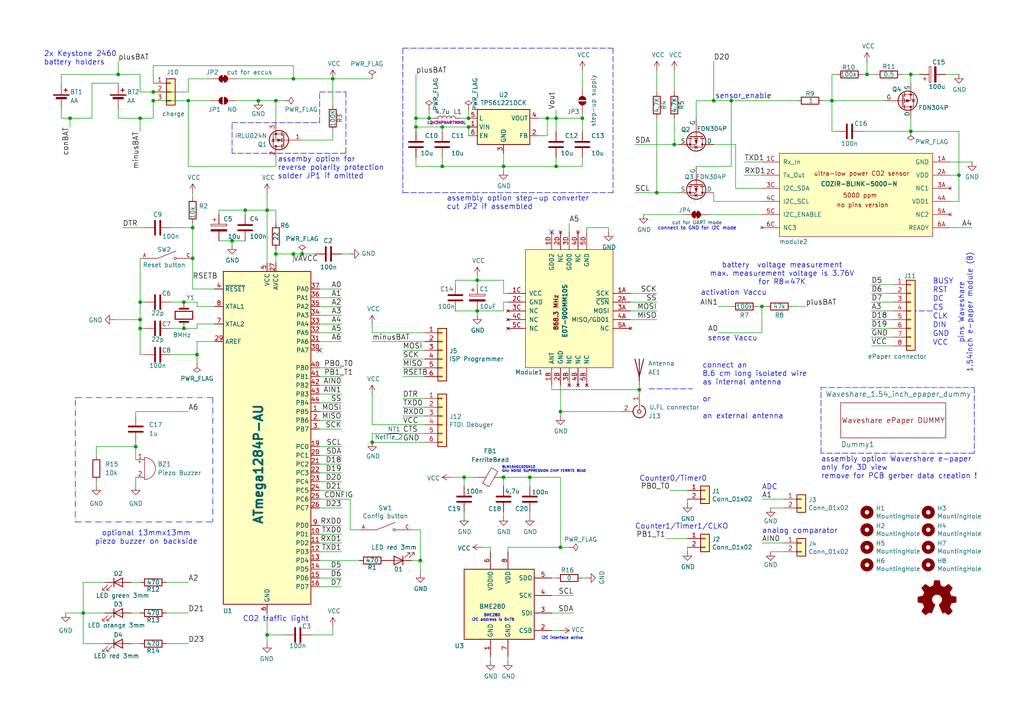
<source format=kicad_sch>
(kicad_sch (version 20231120) (generator "eeschema") (generator_version "8.0")
  (paper "A4")
  (title_block (title "HB-UNI-SEN-BATT_ATMega1284P_E07-900MM10S_CO2_FUEL4EP") (date "2025-06-26") (rev "1.0") (company "FUEL4EP") (comment 1 "Creative Commons License, non-commercial") (comment 2 "connector for Waveshare e-paper module (B) 1.54inch (J11)") (comment 3 "ATMega1284P (TQFP)  and eByte E07 900MM10S transceiver module"))
  (junction (at 20.32 34.29))
  (junction (at 121.92 162.56))
  (junction (at 146.05 48.26))
  (junction (at 146.05 138.43))
  (junction (at 40.64 87.63))
  (junction (at 138.43 90.17))
  (junction (at 135.89 34.29))
  (junction (at 57.15 102.87))
  (junction (at 71.12 60.96))
  (junction (at 96.52 22.86))
  (junction (at 124.46 34.29))
  (junction (at 34.29 21.59))
  (junction (at 80.01 73.66))
  (junction (at 128.27 48.26))
  (junction (at 138.43 81.28))
  (junction (at 77.47 60.96))
  (junction (at 161.29 34.29))
  (junction (at 120.65 34.29))
  (junction (at 161.29 48.26))
  (junction (at 185.42 113.03))
  (junction (at 85.09 22.86))
  (junction (at 264.16 21.59))
  (junction (at 134.62 138.43))
  (junction (at 264.16 38.1))
  (junction (at 162.56 119.38))
  (junction (at 39.37 129.54))
  (junction (at 40.64 34.29))
  (junction (at 44.45 29.21))
  (junction (at 87.63 73.66))
  (junction (at 54.61 29.21))
  (junction (at 135.89 36.83))
  (junction (at 212.09 29.21))
  (junction (at 107.95 128.27))
  (junction (at 158.75 34.29))
  (junction (at 278.13 50.8))
  (junction (at 74.93 29.21))
  (junction (at 53.34 87.63))
  (junction (at 120.65 36.83))
  (junction (at 40.64 92.71))
  (junction (at 207.01 29.21))
  (junction (at 24.13 177.8))
  (junction (at 153.67 138.43))
  (junction (at 251.46 21.59))
  (junction (at 85.09 73.66))
  (junction (at 162.56 158.75))
  (junction (at 67.31 69.85))
  (junction (at 55.88 74.93))
  (junction (at 168.91 34.29))
  (junction (at 220.98 88.9))
  (junction (at 44.45 26.67))
  (junction (at 53.34 95.25))
  (junction (at 80.01 29.21))
  (junction (at 190.5 55.88))
  (junction (at 55.88 66.04))
  (junction (at 77.47 184.15))
  (junction (at 241.3 29.21))
  (junction (at 40.64 95.25))
  (junction (at 195.58 41.91))
  (junction (at 128.27 36.83))
  (no_connect (at 160.02 67.31))
  (no_connect (at 92.71 101.6))
  (wire (pts (xy 135.89 34.29) (xy 133.35 34.29)))
  (wire (pts (xy 96.52 30.48) (xy 96.52 22.86)))
  (wire (pts (xy 153.67 138.43) (xy 162.56 138.43)))
  (wire (pts (xy 207.01 58.42) (xy 207.01 55.88)))
  (wire (pts (xy 119.38 153.67) (xy 121.92 153.67)))
  (wire (pts (xy 34.29 17.78) (xy 34.29 21.59)))
  (wire (pts (xy 274.32 21.59) (xy 278.13 21.59)))
  (wire (pts (xy 182.88 90.17) (xy 190.5 90.17)))
  (wire (pts (xy 41.91 66.04) (xy 35.56 66.04)))
  (wire (pts (xy 116.84 125.73) (xy 123.19 125.73)))
  (wire (pts (xy 40.64 95.25) (xy 40.64 102.87)))
  (wire (pts (xy 146.05 138.43) (xy 146.05 140.97)))
  (wire (pts (xy 49.53 102.87) (xy 57.15 102.87)))
  (wire (pts (xy 92.71 157.48) (xy 99.06 157.48)))
  (wire (pts (xy 142.24 190.5) (xy 142.24 191.77)))
  (wire (pts (xy 223.52 147.32) (xy 227.33 147.32)))
  (wire (pts (xy 135.89 34.29) (xy 135.89 31.75)))
  (wire (pts (xy 55.88 64.77) (xy 55.88 66.04)))
  (wire (pts (xy 92.71 147.32) (xy 99.06 147.32)))
  (wire (pts (xy 54.61 48.26) (xy 80.01 48.26)))
  (wire (pts (xy 264.16 21.59) (xy 264.16 24.13)))
  (wire (pts (xy 161.29 48.26) (xy 161.29 45.72)))
  (wire (pts (xy 96.52 184.15) (xy 96.52 181.61)))
  (wire (pts (xy 90.17 184.15) (xy 96.52 184.15)))
  (wire (pts (xy 168.91 167.64) (xy 170.18 167.64)))
  (polyline (pts (xy 100.33 26.67) (xy 100.33 44.45)) (stroke (width 0) (type dash)))
  (wire (pts (xy 199.39 156.21) (xy 193.04 156.21)))
  (wire (pts (xy 80.01 73.66) (xy 80.01 76.2)))
  (wire (pts (xy 92.71 134.62) (xy 99.06 134.62)))
  (wire (pts (xy 212.09 88.9) (xy 208.28 88.9)))
  (wire (pts (xy 212.09 29.21) (xy 231.14 29.21)))
  (wire (pts (xy 190.5 55.88) (xy 190.5 34.29)))
  (wire (pts (xy 264.16 34.29) (xy 264.16 38.1)))
  (wire (pts (xy 128.27 48.26) (xy 146.05 48.26)))
  (wire (pts (xy 54.61 26.67) (xy 54.61 22.86)))
  (wire (pts (xy 92.71 116.84) (xy 99.06 116.84)))
  (wire (pts (xy 92.71 86.36) (xy 99.06 86.36)))
  (wire (pts (xy 132.08 90.17) (xy 138.43 90.17)))
  (wire (pts (xy 44.45 26.67) (xy 54.61 26.67)))
  (wire (pts (xy 278.13 50.8) (xy 278.13 58.42)))
  (wire (pts (xy 24.13 177.8) (xy 24.13 186.69)))
  (polyline (pts (xy 270.51 90.17) (xy 265.43 90.17)) (stroke (width 0) (type dash)))
  (wire (pts (xy 182.88 85.09) (xy 190.5 85.09)))
  (wire (pts (xy 168.91 33.02) (xy 168.91 34.29)))
  (wire (pts (xy 63.5 69.85) (xy 67.31 69.85)))
  (wire (pts (xy 92.71 111.76) (xy 99.06 111.76)))
  (wire (pts (xy 26.67 24.13) (xy 34.29 24.13)))
  (wire (pts (xy 107.95 123.19) (xy 107.95 114.3)))
  (wire (pts (xy 121.92 162.56) (xy 121.92 166.37)))
  (wire (pts (xy 220.98 96.52) (xy 208.28 96.52)))
  (wire (pts (xy 92.71 154.94) (xy 99.06 154.94)))
  (wire (pts (xy 128.27 36.83) (xy 128.27 38.1)))
  (wire (pts (xy 201.93 34.29) (xy 201.93 29.21)))
  (wire (pts (xy 161.29 48.26) (xy 168.91 48.26)))
  (wire (pts (xy 55.88 74.93) (xy 55.88 83.82)))
  (wire (pts (xy 91.44 73.66) (xy 87.63 73.66)))
  (wire (pts (xy 20.32 34.29) (xy 26.67 34.29)))
  (polyline (pts (xy 116.84 13.97) (xy 116.84 55.88)) (stroke (width 0) (type dash)))
  (wire (pts (xy 57.15 102.87) (xy 57.15 99.06)))
  (wire (pts (xy 176.53 66.04) (xy 176.53 67.31)))
  (wire (pts (xy 92.71 93.98) (xy 99.06 93.98)))
  (wire (pts (xy 195.58 20.32) (xy 195.58 26.67)))
  (wire (pts (xy 96.52 38.1) (xy 96.52 40.64)))
  (wire (pts (xy 123.19 106.68) (xy 116.84 106.68)))
  (wire (pts (xy 275.59 46.99) (xy 281.94 46.99)))
  (wire (pts (xy 259.08 95.25) (xy 252.73 95.25)))
  (wire (pts (xy 128.27 48.26) (xy 120.65 48.26)))
  (wire (pts (xy 27.94 129.54) (xy 27.94 132.08)))
  (wire (pts (xy 33.02 92.71) (xy 40.64 92.71)))
  (wire (pts (xy 44.45 19.05) (xy 85.09 19.05)))
  (wire (pts (xy 38.1 168.91) (xy 40.64 168.91)))
  (wire (pts (xy 85.09 76.2) (xy 85.09 73.66)))
  (wire (pts (xy 160.02 177.8) (xy 166.37 177.8)))
  (wire (pts (xy 92.71 152.4) (xy 99.06 152.4)))
  (wire (pts (xy 146.05 81.28) (xy 138.43 81.28)))
  (wire (pts (xy 67.31 69.85) (xy 71.12 69.85)))
  (wire (pts (xy 241.3 21.59) (xy 241.3 29.21)))
  (wire (pts (xy 57.15 88.9) (xy 62.23 88.9)))
  (wire (pts (xy 162.56 138.43) (xy 162.56 158.75)))
  (wire (pts (xy 60.96 22.86) (xy 54.61 22.86)))
  (wire (pts (xy 134.62 138.43) (xy 134.62 140.97)))
  (wire (pts (xy 96.52 40.64) (xy 87.63 40.64)))
  (wire (pts (xy 85.09 73.66) (xy 80.01 73.66)))
  (wire (pts (xy 34.29 34.29) (xy 40.64 34.29)))
  (wire (pts (xy 80.01 29.21) (xy 82.55 29.21)))
  (wire (pts (xy 34.29 31.75) (xy 34.29 34.29)))
  (wire (pts (xy 186.69 62.23) (xy 198.12 62.23)))
  (wire (pts (xy 123.19 120.65) (xy 116.84 120.65)))
  (wire (pts (xy 275.59 66.04) (xy 281.94 66.04)))
  (polyline (pts (xy 67.31 35.56) (xy 92.71 35.56)) (stroke (width 0) (type dash)))
  (wire (pts (xy 229.87 88.9) (xy 233.68 88.9)))
  (wire (pts (xy 40.64 34.29) (xy 44.45 34.29)))
  (wire (pts (xy 135.89 36.83) (xy 128.27 36.83)))
  (wire (pts (xy 241.3 29.21) (xy 241.3 38.1)))
  (wire (pts (xy 146.05 48.26) (xy 161.29 48.26)))
  (wire (pts (xy 40.64 34.29) (xy 40.64 38.1)))
  (wire (pts (xy 123.19 96.52) (xy 107.95 96.52)))
  (wire (pts (xy 19.05 177.8) (xy 24.13 177.8)))
  (wire (pts (xy 39.37 128.27) (xy 39.37 129.54)))
  (wire (pts (xy 92.71 106.68) (xy 99.06 106.68)))
  (wire (pts (xy 278.13 50.8) (xy 278.13 38.1)))
  (wire (pts (xy 44.45 24.13) (xy 44.45 19.05)))
  (wire (pts (xy 53.34 87.63) (xy 49.53 87.63)))
  (wire (pts (xy 250.19 38.1) (xy 264.16 38.1)))
  (wire (pts (xy 201.93 48.26) (xy 212.09 48.26)))
  (wire (pts (xy 160.02 167.64) (xy 161.29 167.64)))
  (wire (pts (xy 220.98 157.48) (xy 227.33 157.48)))
  (wire (pts (xy 120.65 36.83) (xy 120.65 38.1)))
  (wire (pts (xy 138.43 138.43) (xy 134.62 138.43)))
  (wire (pts (xy 125.73 34.29) (xy 124.46 34.29)))
  (wire (pts (xy 195.58 34.29) (xy 195.58 41.91)))
  (wire (pts (xy 85.09 19.05) (xy 85.09 22.86)))
  (wire (pts (xy 54.61 29.21) (xy 44.45 29.21)))
  (wire (pts (xy 160.02 182.88) (xy 162.56 182.88)))
  (wire (pts (xy 147.32 190.5) (xy 147.32 191.77)))
  (wire (pts (xy 264.16 21.59) (xy 266.7 21.59)))
  (wire (pts (xy 168.91 48.26) (xy 168.91 45.72)))
  (wire (pts (xy 146.05 87.63) (xy 146.05 90.17)))
  (polyline (pts (xy 188.214 112.776) (xy 200.914 112.776)) (stroke (width 0) (type dash)))
  (wire (pts (xy 92.71 96.52) (xy 99.06 96.52)))
  (polyline (pts (xy 92.71 26.67) (xy 100.33 26.67)) (stroke (width 0) (type dash)))
  (wire (pts (xy 17.78 31.75) (xy 17.78 34.29)))
  (wire (pts (xy 146.05 44.45) (xy 146.05 48.26)))
  (wire (pts (xy 40.64 26.67) (xy 40.64 21.59)))
  (wire (pts (xy 119.38 162.56) (xy 121.92 162.56)))
  (wire (pts (xy 92.71 142.24) (xy 99.06 142.24)))
  (wire (pts (xy 190.5 20.32) (xy 190.5 26.67)))
  (wire (pts (xy 54.61 29.21) (xy 54.61 48.26)))
  (wire (pts (xy 135.89 39.37) (xy 135.89 36.83)))
  (wire (pts (xy 219.71 88.9) (xy 220.98 88.9)))
  (wire (pts (xy 128.27 45.72) (xy 128.27 48.26)))
  (wire (pts (xy 92.71 119.38) (xy 99.06 119.38)))
  (wire (pts (xy 101.6 144.78) (xy 92.71 144.78)))
  (wire (pts (xy 92.71 121.92) (xy 99.06 121.92)))
  (wire (pts (xy 92.71 114.3) (xy 99.06 114.3)))
  (wire (pts (xy 107.95 125.73) (xy 111.76 125.73)))
  (wire (pts (xy 55.88 83.82) (xy 62.23 83.82)))
  (wire (pts (xy 213.36 41.91) (xy 207.01 41.91)))
  (wire (pts (xy 48.26 177.8) (xy 54.61 177.8)))
  (wire (pts (xy 63.5 60.96) (xy 63.5 62.23)))
  (wire (pts (xy 92.71 124.46) (xy 99.06 124.46)))
  (polyline (pts (xy 177.8 13.97) (xy 177.8 55.88)) (stroke (width 0) (type dash)))
  (polyline (pts (xy 116.84 55.88) (xy 177.8 55.88)) (stroke (width 0) (type dash)))
  (wire (pts (xy 62.23 93.98) (xy 57.15 93.98)))
  (wire (pts (xy 17.78 24.13) (xy 17.78 21.59)))
  (wire (pts (xy 162.56 119.38) (xy 162.56 120.65)))
  (wire (pts (xy 92.71 129.54) (xy 99.06 129.54)))
  (wire (pts (xy 107.95 99.06) (xy 123.19 99.06)))
  (wire (pts (xy 85.09 22.86) (xy 96.52 22.86)))
  (wire (pts (xy 147.32 85.09) (xy 146.05 85.09)))
  (polyline (pts (xy 21.844 116.078) (xy 21.844 151.384)) (stroke (width 0) (type dash_dot)))
  (wire (pts (xy 146.05 148.59) (xy 146.05 149.86)))
  (polyline (pts (xy 61.722 115.316) (xy 61.722 151.384)) (stroke (width 0) (type dash_dot)))
  (wire (pts (xy 259.08 87.63) (xy 252.73 87.63)))
  (wire (pts (xy 138.43 81.28) (xy 132.08 81.28)))
  (wire (pts (xy 92.71 88.9) (xy 99.06 88.9)))
  (wire (pts (xy 120.65 34.29) (xy 120.65 36.83)))
  (wire (pts (xy 168.91 34.29) (xy 168.91 38.1)))
  (polyline (pts (xy 238.125 112.395) (xy 282.575 112.395)) (stroke (width 0) (type dash)))
  (wire (pts (xy 134.62 148.59) (xy 134.62 149.86)))
  (wire (pts (xy 92.71 160.02) (xy 99.06 160.02)))
  (wire (pts (xy 185.42 113.03) (xy 185.42 111.76)))
  (wire (pts (xy 185.42 113.03) (xy 185.42 114.3)))
  (wire (pts (xy 48.26 168.91) (xy 54.61 168.91)))
  (wire (pts (xy 170.18 66.04) (xy 176.53 66.04)))
  (wire (pts (xy 124.46 34.29) (xy 124.46 31.75)))
  (polyline (pts (xy 67.31 44.45) (xy 67.31 35.56)) (stroke (width 0) (type dash)))
  (wire (pts (xy 40.64 102.87) (xy 41.91 102.87)))
  (wire (pts (xy 223.52 160.02) (xy 227.33 160.02)))
  (wire (pts (xy 138.43 90.17) (xy 146.05 90.17)))
  (wire (pts (xy 38.1 186.69) (xy 40.64 186.69)))
  (wire (pts (xy 259.08 85.09) (xy 252.73 85.09)))
  (wire (pts (xy 161.29 31.75) (xy 161.29 34.29)))
  (wire (pts (xy 261.62 21.59) (xy 264.16 21.59)))
  (wire (pts (xy 227.33 144.78) (xy 220.98 144.78)))
  (wire (pts (xy 54.61 29.21) (xy 60.96 29.21)))
  (wire (pts (xy 77.47 177.8) (xy 77.47 184.15)))
  (wire (pts (xy 80.01 60.96) (xy 80.01 64.77)))
  (wire (pts (xy 57.15 99.06) (xy 62.23 99.06)))
  (wire (pts (xy 87.63 73.66) (xy 85.09 73.66)))
  (wire (pts (xy 24.13 177.8) (xy 30.48 177.8)))
  (wire (pts (xy 92.71 137.16) (xy 99.06 137.16)))
  (wire (pts (xy 77.47 55.88) (xy 77.47 60.96)))
  (wire (pts (xy 107.95 96.52) (xy 107.95 93.98)))
  (wire (pts (xy 147.32 158.75) (xy 147.32 160.02)))
  (wire (pts (xy 92.71 109.22) (xy 99.06 109.22)))
  (wire (pts (xy 92.71 83.82) (xy 99.06 83.82)))
  (wire (pts (xy 212.09 29.21) (xy 212.09 48.26)))
  (wire (pts (xy 17.78 34.29) (xy 20.32 34.29)))
  (wire (pts (xy 153.67 148.59) (xy 153.67 149.86)))
  (wire (pts (xy 104.14 162.56) (xy 92.71 162.56)))
  (wire (pts (xy 92.71 91.44) (xy 99.06 91.44)))
  (wire (pts (xy 101.6 153.67) (xy 101.6 144.78)))
  (polyline (pts (xy 238.125 131.445) (xy 238.125 112.395)) (stroke (width 0) (type dash)))
  (wire (pts (xy 259.08 92.71) (xy 252.73 92.71)))
  (wire (pts (xy 161.29 34.29) (xy 161.29 38.1)))
  (wire (pts (xy 207.01 17.78) (xy 207.01 29.21)))
  (wire (pts (xy 199.39 146.05) (xy 199.39 144.78)))
  (wire (pts (xy 39.37 129.54) (xy 39.37 133.35)))
  (polyline (pts (xy 116.84 13.97) (xy 177.8 13.97)) (stroke (width 0) (type dash)))
  (polyline (pts (xy 21.844 115.316) (xy 21.844 115.57)) (stroke (width 0) (type dash_dot)))
  (wire (pts (xy 199.39 142.24) (xy 194.31 142.24)))
  (wire (pts (xy 24.13 168.91) (xy 30.48 168.91)))
  (wire (pts (xy 92.71 167.64) (xy 99.06 167.64)))
  (wire (pts (xy 68.58 22.86) (xy 85.09 22.86)))
  (wire (pts (xy 39.37 119.38) (xy 54.61 119.38)))
  (wire (pts (xy 40.64 87.63) (xy 40.64 92.71)))
  (wire (pts (xy 123.19 101.6) (xy 116.84 101.6)))
  (wire (pts (xy 104.14 153.67) (xy 101.6 153.67)))
  (wire (pts (xy 238.76 29.21) (xy 241.3 29.21)))
  (wire (pts (xy 158.75 39.37) (xy 158.75 34.29)))
  (wire (pts (xy 275.59 58.42) (xy 278.13 58.42)))
  (wire (pts (xy 80.01 35.56) (xy 80.01 29.21)))
  (wire (pts (xy 156.21 39.37) (xy 158.75 39.37)))
  (wire (pts (xy 160.02 111.76) (xy 160.02 113.03)))
  (wire (pts (xy 99.06 73.66) (xy 101.6 73.66)))
  (wire (pts (xy 162.56 158.75) (xy 165.1 158.75)))
  (wire (pts (xy 184.15 55.88) (xy 190.5 55.88)))
  (wire (pts (xy 220.98 54.61) (xy 213.36 54.61)))
  (wire (pts (xy 153.67 138.43) (xy 153.67 140.97)))
  (wire (pts (xy 259.08 82.55) (xy 252.73 82.55)))
  (wire (pts (xy 241.3 38.1) (xy 242.57 38.1)))
  (wire (pts (xy 57.15 95.25) (xy 53.34 95.25)))
  (wire (pts (xy 138.43 81.28) (xy 138.43 82.55)))
  (wire (pts (xy 142.24 158.75) (xy 142.24 160.02)))
  (wire (pts (xy 82.55 184.15) (xy 77.47 184.15)))
  (wire (pts (xy 39.37 119.38) (xy 39.37 120.65)))
  (wire (pts (xy 24.13 177.8) (xy 24.13 168.91)))
  (wire (pts (xy 48.26 186.69) (xy 54.61 186.69)))
  (wire (pts (xy 275.59 50.8) (xy 278.13 50.8)))
  (wire (pts (xy 40.64 74.93) (xy 40.64 87.63)))
  (wire (pts (xy 68.58 29.21) (xy 74.93 29.21)))
  (wire (pts (xy 120.65 21.59) (xy 120.65 34.29)))
  (wire (pts (xy 213.36 54.61) (xy 213.36 41.91)))
  (wire (pts (xy 121.92 153.67) (xy 121.92 162.56)))
  (wire (pts (xy 138.43 90.17) (xy 138.43 91.44)))
  (wire (pts (xy 201.93 29.21) (xy 207.01 29.21)))
  (wire (pts (xy 38.1 177.8) (xy 40.64 177.8)))
  (wire (pts (xy 92.71 165.1) (xy 99.06 165.1)))
  (wire (pts (xy 107.95 22.86) (xy 96.52 22.86)))
  (wire (pts (xy 199.39 160.02) (xy 199.39 158.75)))
  (wire (pts (xy 207.01 29.21) (xy 212.09 29.21)))
  (wire (pts (xy 162.56 158.75) (xy 147.32 158.75)))
  (wire (pts (xy 77.47 60.96) (xy 77.47 76.2)))
  (polyline (pts (xy 282.575 131.445) (xy 238.125 131.445)) (stroke (width 0) (type dash)))
  (wire (pts (xy 132.08 81.28) (xy 132.08 82.55)))
  (wire (pts (xy 44.45 29.21) (xy 44.45 34.29)))
  (wire (pts (xy 196.85 41.91) (xy 195.58 41.91)))
  (wire (pts (xy 80.01 45.72) (xy 80.01 48.26)))
  (wire (pts (xy 77.47 60.96) (xy 80.01 60.96)))
  (wire (pts (xy 20.32 36.83) (xy 20.32 34.29)))
  (wire (pts (xy 49.53 66.04) (xy 55.88 66.04)))
  (wire (pts (xy 170.18 67.31) (xy 170.18 66.04)))
  (wire (pts (xy 57.15 105.41) (xy 57.15 102.87)))
  (wire (pts (xy 41.91 95.25) (xy 40.64 95.25)))
  (polyline (pts (xy 61.722 115.316) (xy 21.844 115.316)) (stroke (width 0) (type dash_dot)))
  (wire (pts (xy 160.02 113.03) (xy 185.42 113.03)))
  (wire (pts (xy 67.31 69.85) (xy 67.31 71.12)))
  (wire (pts (xy 27.94 139.7) (xy 27.94 140.97)))
  (polyline (pts (xy 21.844 151.384) (xy 61.468 151.384)) (stroke (width 0) (type dash_dot)))
  (wire (pts (xy 30.48 186.69) (xy 24.13 186.69)))
  (wire (pts (xy 259.08 97.79) (xy 252.73 97.79)))
  (wire (pts (xy 160.02 172.72) (xy 166.37 172.72)))
  (wire (pts (xy 55.88 66.04) (xy 55.88 74.93)))
  (wire (pts (xy 146.05 138.43) (xy 153.67 138.43)))
  (wire (pts (xy 259.08 90.17) (xy 252.73 90.17)))
  (wire (pts (xy 162.56 119.38) (xy 180.34 119.38)))
  (wire (pts (xy 220.98 88.9) (xy 222.25 88.9)))
  (wire (pts (xy 182.88 87.63) (xy 190.5 87.63)))
  (wire (pts (xy 138.43 80.01) (xy 138.43 81.28)))
  (wire (pts (xy 215.9 46.99) (xy 220.98 46.99)))
  (polyline (pts (xy 282.575 112.395) (xy 282.575 131.445)) (stroke (width 0) (type dash)))
  (wire (pts (xy 242.57 21.59) (xy 241.3 21.59)))
  (wire (pts (xy 123.19 115.57) (xy 116.84 115.57)))
  (wire (pts (xy 158.75 34.29) (xy 156.21 34.29)))
  (wire (pts (xy 26.67 24.13) (xy 26.67 34.29)))
  (wire (pts (xy 74.93 29.21) (xy 80.01 29.21)))
  (polyline (pts (xy 92.71 35.56) (xy 92.71 26.67)) (stroke (width 0) (type dash)))
  (wire (pts (xy 220.98 88.9) (xy 220.98 96.52)))
  (wire (pts (xy 168.91 25.4) (xy 168.91 20.32)))
  (wire (pts (xy 161.29 34.29) (xy 158.75 34.29)))
  (wire (pts (xy 182.88 92.71) (xy 190.5 92.71)))
  (wire (pts (xy 57.15 93.98) (xy 57.15 95.25)))
  (wire (pts (xy 120.65 48.26) (xy 120.65 45.72)))
  (wire (pts (xy 146.05 85.09) (xy 146.05 81.28)))
  (wire (pts (xy 71.12 60.96) (xy 71.12 62.23)))
  (wire (pts (xy 92.71 99.06) (xy 99.06 99.06)))
  (wire (pts (xy 27.94 129.54) (xy 39.37 129.54)))
  (wire (pts (xy 124.46 34.29) (xy 120.65 34.29)))
  (wire (pts (xy 220.98 58.42) (xy 207.01 58.42)))
  (wire (pts (xy 92.71 132.08) (xy 99.06 132.08)))
  (wire (pts (xy 77.47 184.15) (xy 77.47 186.69)))
  (wire (pts (xy 123.19 118.11) (xy 116.84 118.11)))
  (wire (pts (xy 40.64 92.71) (xy 40.64 95.25)))
  (wire (pts (xy 123.19 104.14) (xy 116.84 104.14)))
  (wire (pts (xy 215.9 50.8) (xy 220.98 50.8)))
  (wire (pts (xy 147.32 87.63) (xy 146.05 87.63)))
  (wire (pts (xy 71.12 60.96) (xy 63.5 60.96)))
  (wire (pts (xy 107.95 128.27) (xy 123.19 128.27)))
  (wire (pts (xy 57.15 87.63) (xy 53.34 87.63)))
  (wire (pts (xy 44.45 26.67) (xy 40.64 26.67)))
  (wire (pts (xy 128.27 36.83) (xy 120.65 36.83)))
  (wire (pts (xy 250.19 21.59) (xy 251.46 21.59)))
  (wire (pts (xy 256.54 29.21) (xy 241.3 29.21)))
  (wire (pts (xy 184.15 41.91) (xy 195.58 41.91)))
  (wire (pts (xy 92.71 170.18) (xy 99.06 170.18)))
  (wire (pts (xy 53.34 95.25) (xy 49.53 95.25)))
  (wire (pts (xy 139.7 158.75) (xy 142.24 158.75)))
  (wire (pts (xy 190.5 55.88) (xy 196.85 55.88)))
  (wire (pts (xy 55.88 55.88) (xy 55.88 57.15)))
  (wire (pts (xy 205.74 62.23) (xy 220.98 62.23)))
  (polyline (pts (xy 100.33 44.45) (xy 67.31 44.45)) (stroke (width 0) (type dash)))
  (wire (pts (xy 130.81 138.43) (xy 134.62 138.43)))
  (wire (pts (xy 146.05 48.26) (xy 146.05 49.53)))
  (wire (pts (xy 123.19 109.22) (xy 116.84 109.22)))
  (wire (pts (xy 41.91 87.63) (xy 40.64 87.63)))
  (wire (pts (xy 251.46 21.59) (xy 254 21.59)))
  (wire (pts (xy 92.71 139.7) (xy 99.06 139.7)))
  (wire (pts (xy 107.95 125.73) (xy 107.95 128.27)))
  (wire (pts (xy 39.37 138.43) (xy 39.37 140.97)))
  (wire (pts (xy 251.46 17.78) (xy 251.46 21.59)))
  (wire (pts (xy 71.12 60.96) (xy 77.47 60.96)))
  (wire (pts (xy 278.13 38.1) (xy 264.16 38.1)))
  (wire (pts (xy 161.29 34.29) (xy 168.91 34.29)))
  (wire (pts (xy 57.15 88.9) (xy 57.15 87.63)))
  (wire (pts (xy 165.1 64.77) (xy 165.1 67.31)))
  (wire (pts (xy 80.01 72.39) (xy 80.01 73.66)))
  (wire (pts (xy 34.29 21.59) (xy 40.64 21.59)))
  (wire (pts (xy 17.78 21.59) (xy 34.29 21.59)))
  (wire (pts (xy 259.08 100.33) (xy 252.73 100.33)))
  (wire (pts (xy 162.56 111.76) (xy 162.56 119.38)))
  (wire (pts (xy 107.95 123.19) (xy 123.19 123.19)))
  (text "connect to GND for I2C mode" (at 202.184 66.294 0) (effects (font (size 1 1))))
  (text "RST" (at 270.51 85.09 0) (effects (font (size 1.524 1.524)) (justify left bottom)))
  (text "CLK" (at 270.51 92.71 0) (effects (font (size 1.524 1.524)) (justify left bottom)))
  (text "analog comparator" (at 220.98 154.94 0) (effects (font (size 1.524 1.524)) (justify left bottom)))
  (text "connect an\n8.6 cm long isolated wire\nas internal antenna\n\nor\n\nan external antenna" (at 203.708 121.666 0) (effects (font (size 1.524 1.524)) (justify left bottom)))
  (text "VCC" (at 270.51 100.33 0) (effects (font (size 1.524 1.524)) (justify left bottom)))
  (text "BME280 \nI2C address is 0x76\n" (at 143.002 180.34 0) (effects (font (size 0.8 0.8)) (justify bottom)))
  (text "activation Vaccu" (at 203.2 85.852 0) (effects (font (size 1.524 1.524)) (justify left bottom)))
  (text "Counter1/Timer1/CLKO\n" (at 184.15 153.67 0) (effects (font (size 1.524 1.524)) (justify left bottom)))
  (text "assemby option for\nreverse polarity protection\nsolder JP1 if omitted" (at 80.518 52.07 0) (effects (font (size 1.524 1.524)) (justify left bottom)))
  (text "BLM15HG102SN1D\nGHz NOISE SUPPRESSION CHIP FERRITE BEAD" (at 145.542 137.16 0) (effects (font (size 0.7 0.7)) (justify left bottom)))
  (text "Counter0/Timer0\n\n" (at 185.42 142.24 0) (effects (font (size 1.524 1.524)) (justify left bottom)))
  (text "ADC" (at 220.98 142.24 0) (effects (font (size 1.524 1.524)) (justify left bottom)))
  (text "assembly option step-up converter\ncut JP2 if assembled" (at 129.54 60.96 0) (effects (font (size 1.524 1.524)) (justify left bottom)))
  (text "CS\n" (at 270.51 90.17 0) (effects (font (size 1.524 1.524)) (justify left bottom)))
  (text "battery  voltage measurement\nmax. measurement voltage is 3.76V\nfor R8=47K" (at 226.822 82.804 0) (effects (font (size 1.524 1.524)) (justify bottom)))
  (text "pins Waveshare\n1.54inch e-paper module (B)" (at 282.194 90.678 90) (effects (font (size 1.524 1.524)) (justify bottom)))
  (text "sensor_enable" (at 215.646 27.94 0) (effects (font (size 1.524 1.524))))
  (text "sense Vaccu" (at 205.232 99.06 0) (effects (font (size 1.524 1.524)) (justify left bottom)))
  (text "optional 13mmx13mm\npiezo buzzer on backside" (at 42.418 155.956 0) (effects (font (size 1.524 1.524))))
  (text "2x Keystone 2460\nbattery holders" (at 12.7 19.05 0) (effects (font (size 1.524 1.524)) (justify left bottom)))
  (text "CO2 traffic light" (at 80.01 179.578 0) (effects (font (size 1.524 1.524))))
  (text "DC" (at 270.51 87.63 0) (effects (font (size 1.524 1.524)) (justify left bottom)))
  (text "GND" (at 270.51 97.79 0) (effects (font (size 1.524 1.524)) (justify left bottom)))
  (text "DIN" (at 270.51 95.25 0) (effects (font (size 1.524 1.524)) (justify left bottom)))
  (text "BUSY" (at 270.51 82.55 0) (effects (font (size 1.524 1.524)) (justify left bottom)))
  (text "I2C interface active" (at 163.068 185.166 0) (effects (font (size 0.8 0.8))))
  (text "assembly option Wavershare e-paper\nonly for 3D view\nremove for PCB gerber data creation !" (at 238.125 139.065 0) (effects (font (size 1.524 1.524)) (justify left bottom)))
  (label "SCL" (at 99.06 129.54 180) (effects (font (size 1.524 1.524))))
  (label "A0" (at 208.28 96.52 180) (effects (font (size 1.524 1.524))))
  (label "D20" (at 99.06 139.7 180) (effects (font (size 1.524 1.524))))
  (label "D5" (at 99.06 165.1 180) (effects (font (size 1.524 1.524))))
  (label "MOSI" (at 190.5 90.17 180) (effects (font (size 1.524 1.524))))
  (label "A1" (at 99.06 86.36 180) (effects (font (size 1.524 1.524))))
  (label "SS" (at 190.5 87.63 180) (effects (font (size 1.524 1.524))))
  (label "A1" (at 220.98 144.78 0) (effects (font (size 1.524 1.524))))
  (label "SDA" (at 99.06 132.08 180) (effects (font (size 1.524 1.524))))
  (label "VCC" (at 116.84 123.19 0) (effects (font (size 1.524 1.524))))
  (label "MOSI" (at 99.06 119.38 180) (effects (font (size 1.524 1.524))))
  (label "MISO" (at 190.5 92.71 180) (effects (font (size 1.524 1.524))))
  (label "RXD1" (at 99.06 157.48 180) (effects (font (size 1.524 1.524))))
  (label "minusBAT" (at 40.64 38.1 270) (effects (font (size 1.524 1.524))))
  (label "A5" (at 165.1 64.77 0) (effects (font (size 1.524 1.524))))
  (label "SCK" (at 116.84 104.14 0) (effects (font (size 1.524 1.524))))
  (label "MISO" (at 116.84 106.68 0) (effects (font (size 1.524 1.524))))
  (label "D6" (at 99.06 167.64 180) (effects (font (size 1.524 1.524))))
  (label "D21" (at 54.61 177.8 0) (effects (font (size 1.524 1.524))))
  (label "plusBAT" (at 120.65 21.59 0) (effects (font (size 1.524 1.524))))
  (label "A5" (at 99.06 96.52 180) (effects (font (size 1.524 1.524))))
  (label "plusBAT" (at 233.68 88.9 0) (effects (font (size 1.524 1.524))))
  (label "VCC" (at 252.73 100.33 0) (effects (font (size 1.524 1.524))))
  (label "DTR" (at 116.84 115.57 0) (effects (font (size 1.524 1.524))))
  (label "SDA" (at 184.15 41.91 0) (effects (font (size 1.524 1.524))))
  (label "D7" (at 252.73 87.63 0) (effects (font (size 1.524 1.524))))
  (label "AIN1" (at 99.06 114.3 180) (effects (font (size 1.524 1.524))))
  (label "CONFIG" (at 93.98 144.78 0) (effects (font (size 1.524 1.524))))
  (label "PB0_T0" (at 194.31 142.24 180) (effects (font (size 1.524 1.524))))
  (label "PB1_T1" (at 93.98 109.22 0) (effects (font (size 1.524 1.524))))
  (label "D19" (at 99.06 137.16 180) (effects (font (size 1.524 1.524))))
  (label "A6" (at 99.06 99.06 180) (effects (font (size 1.524 1.524))))
  (label "conBAT" (at 20.32 36.83 270) (effects (font (size 1.524 1.524))))
  (label "D23" (at 54.61 186.69 0) (effects (font (size 1.524 1.524))))
  (label "A4" (at 281.94 66.04 180) (effects (font (size 1.524 1.524))))
  (label "SCL" (at 184.15 55.88 0) (effects (font (size 1.524 1.524))))
  (label "AIN0" (at 220.98 157.48 0) (effects (font (size 1.524 1.524))))
  (label "D18" (at 252.73 92.71 0) (effects (font (size 1.524 1.524))))
  (label "PB1_T1" (at 193.04 156.21 180) (effects (font (size 1.524 1.524))))
  (label "A3" (at 99.06 91.44 180) (effects (font (size 1.524 1.524))))
  (label "TXD1" (at 215.9 46.99 0) (effects (font (size 1.524 1.524))))
  (label "RSETB" (at 55.88 81.28 0) (effects (font (size 1.524 1.524))))
  (label "D5" (at 252.73 82.55 0) (effects (font (size 1.524 1.524))))
  (label "Vout" (at 161.29 31.75 90) (effects (font (size 1.524 1.524))))
  (label "A2" (at 99.06 88.9 180) (effects (font (size 1.524 1.524))))
  (label "D7" (at 99.06 170.18 180) (effects (font (size 1.524 1.524))))
  (label "PB0_T0" (at 93.98 106.68 0) (effects (font (size 1.524 1.524))))
  (label "TXD0" (at 116.84 118.11 0) (effects (font (size 1.524 1.524))))
  (label "D18" (at 99.06 134.62 180) (effects (font (size 1.524 1.524))))
  (label "D19" (at 252.73 95.25 0) (effects (font (size 1.524 1.524))))
  (label "AIN1" (at 208.28 88.9 180) (effects (font (size 1.524 1.524))))
  (label "CTS" (at 116.84 125.73 0) (effects (font (size 1.524 1.524))))
  (label "RXD1" (at 215.9 50.8 0) (effects (font (size 1.524 1.524))))
  (label "GND" (at 116.84 128.27 0) (effects (font (size 1.524 1.524))))
  (label "D20" (at 207.01 17.78 0) (effects (font (size 1.524 1.524))))
  (label "A4" (at 99.06 93.98 180) (effects (font (size 1.524 1.524))))
  (label "minusBAT" (at 107.95 99.06 0) (effects (font (size 1.524 1.524))))
  (label "A3" (at 252.73 90.17 0) (effects (font (size 1.524 1.524))))
  (label "VAVCC" (at 85.09 76.2 0) (effects (font (size 1.524 1.524))))
  (label "SS" (at 99.06 116.84 180) (effects (font (size 1.524 1.524))))
  (label "DTR" (at 35.56 66.04 0) (effects (font (size 1.524 1.524))))
  (label "MISO" (at 99.06 121.92 180) (effects (font (size 1.524 1.524))))
  (label "SCK" (at 190.5 85.09 180) (effects (font (size 1.524 1.524))))
  (label "TXD0" (at 99.06 154.94 180) (effects (font (size 1.524 1.524))))
  (label "MOSI" (at 116.84 101.6 0) (effects (font (size 1.524 1.524))))
  (label "plusBAT" (at 34.29 17.78 0) (effects (font (size 1.524 1.524))))
  (label "D23" (at 99.06 147.32 180) (effects (font (size 1.524 1.524))))
  (label "RXD0" (at 99.06 152.4 180) (effects (font (size 1.524 1.524))))
  (label "AIN0" (at 99.06 111.76 180) (effects (font (size 1.524 1.524))))
  (label "GND" (at 252.73 97.79 0) (effects (font (size 1.524 1.524))))
  (label "A6" (at 54.61 119.38 0) (effects (font (size 1.524 1.524))))
  (label "SDA" (at 166.37 177.8 180) (effects (font (size 1.524 1.524))))
  (label "SCL" (at 166.37 172.72 180) (effects (font (size 1.524 1.524))))
  (label "D21" (at 99.06 142.24 180) (effects (font (size 1.524 1.524))))
  (label "RXD0" (at 116.84 120.65 0) (effects (font (size 1.524 1.524))))
  (label "A2" (at 54.61 168.91 0) (effects (font (size 1.524 1.524))))
  (label "TXD1" (at 99.06 160.02 180) (effects (font (size 1.524 1.524))))
  (label "A0" (at 99.06 83.82 180) (effects (font (size 1.524 1.524))))
  (label "RSETB" (at 116.84 109.22 0) (effects (font (size 1.524 1.524))))
  (label "D6" (at 252.73 85.09 0) (effects (font (size 1.524 1.524))))
  (label "SCK" (at 99.06 124.46 180) (effects (font (size 1.524 1.524))))
  (symbol (lib_id "Device:LED") (at 115.57 162.56 180) (unit 1)
    (property "Reference" "D1" (at 115.57 165.1 0))
    (property "Value" "LED red 3mm" (at 114.3 158.75 0))
    (property "Footprint" "LED_SMD:LED_0805_2012Metric_Pad1.15x1.40mm_HandSolder" (effects (hide yes)))
    (property "Description" "Light emitting diode" (effects (hide yes)))
    (property "TYPE" "LED_0805" (effects (hide yes)))
    (property "LCSC" "C84256" (effects (hide yes)))
  )
  (symbol (lib_id "Device:R") (at 107.95 162.56 90) (mirror x) (unit 1)
    (property "Reference" "R1" (at 107.95 164.592 90))
    (property "Value" "470" (at 107.95 162.56 90))
    (property "Footprint" "Resistor_SMD:R_0805_2012Metric_Pad1.20x1.40mm_HandSolder" (effects (hide yes)))
    (property "Description" "Resistor" (effects (hide yes)))
    (property "TYPE" "0805" (effects (hide yes)))
    (property "LCSC" "C17710" (effects (hide yes)))
  )
  (symbol (lib_id "power:GND") (at 281.94 46.99 0) (unit 1)
    (property "Reference" "#PWR03" (effects (hide yes)))
    (property "Value" "GND" (at 281.94 51.308 0))
    (property "Description" "Power symbol creates a global label with name \"GND\" , ground" (effects (hide yes)))
  )
  (symbol (lib_id "power:GND") (at 74.93 29.21 0) (unit 1)
    (property "Reference" "#PWR05" (effects (hide yes)))
    (property "Value" "GND" (at 74.93 33.02 0))
    (property "Description" "Power symbol creates a global label with name \"GND\" , ground" (effects (hide yes)))
  )
  (symbol (lib_id "power:GND") (at 223.52 147.32 0) (unit 1)
    (property "Reference" "#PWR011" (effects (hide yes)))
    (property "Value" "GND" (at 223.52 151.13 0))
    (property "Description" "Power symbol creates a global label with name \"GND\" , ground" (effects (hide yes)))
  )
  (symbol (lib_id "power:GND") (at 223.52 160.02 0) (unit 1)
    (property "Reference" "#PWR012" (effects (hide yes)))
    (property "Value" "GND" (at 223.52 163.83 0))
    (property "Description" "Power symbol creates a global label with name \"GND\" , ground" (effects (hide yes)))
  )
  (symbol (lib_id "power:PWR_FLAG") (at 107.95 22.86 0) (unit 1)
    (property "Reference" "#FLG014" (effects (hide yes)))
    (property "Value" "PWR_FLAG" (at 106.426 18.542 0))
    (property "Description" "Special symbol for telling ERC where power comes from" (effects (hide yes)))
  )
  (symbol (lib_id "Device:Battery_Cell") (at 17.78 29.21 0) (unit 1) (in_bom no)
    (property "Reference" "BT1" (at 20.32 26.67 0) (effects (justify left)))
    (property "Value" "AA" (at 20.32 29.21 0) (effects (justify left)))
    (property "Footprint" "FUEL4EP:BatteryHolder_Keystone_2460_1xAA" (effects (hide yes)))
    (property "Description" "Single-cell battery" (effects (hide yes)))
    (property "TYPE" "0" (effects (hide yes)))
  )
  (symbol (lib_id "Device:Battery_Cell") (at 34.29 29.21 0) (unit 1) (in_bom no)
    (property "Reference" "BT2" (at 36.83 26.67 0) (effects (justify left)))
    (property "Value" "AA" (at 36.83 29.21 0) (effects (justify left)))
    (property "Footprint" "FUEL4EP:BatteryHolder_Keystone_2460_1xAA" (effects (hide yes)))
    (property "Description" "Single-cell battery" (effects (hide yes)))
    (property "TYPE" "0" (effects (hide yes)))
  )
  (symbol (lib_id "Device:C_Polarized") (at 138.43 86.36 0) (unit 1)
    (property "Reference" "C1" (at 139.065 83.82 0) (effects (justify left)))
    (property "Value" "10uF" (at 139.065 88.9 0) (effects (justify left)))
    (property "Footprint" "Capacitor_SMD:C_0402_1005Metric" (effects (hide yes)))
    (property "Description" "Polarized capacitor" (effects (hide yes)))
    (property "TYPE" "0402" (effects (hide yes)))
    (property "LCSC" "C15525" (effects (hide yes)))
  )
  (symbol (lib_id "Device:R") (at 190.5 30.48 0) (unit 1)
    (property "Reference" "R4" (at 192.532 30.48 90))
    (property "Value" "4.7K" (at 190.5 30.48 90))
    (property "Footprint" "Resistor_SMD:R_0805_2012Metric_Pad1.20x1.40mm_HandSolder" (effects (hide yes)))
    (property "Description" "Resistor" (effects (hide yes)))
    (property "TYPE" "0805" (effects (hide yes)))
    (property "LCSC" "C17673" (effects (hide yes)))
  )
  (symbol (lib_id "Device:R") (at 195.58 30.48 0) (unit 1)
    (property "Reference" "R5" (at 197.612 30.48 90))
    (property "Value" "4.7K" (at 195.58 30.48 90))
    (property "Footprint" "Resistor_SMD:R_0805_2012Metric_Pad1.20x1.40mm_HandSolder" (effects (hide yes)))
    (property "Description" "Resistor" (effects (hide yes)))
    (property "TYPE" "0805" (effects (hide yes)))
    (property "LCSC" "C17673" (effects (hide yes)))
  )
  (symbol (lib_id "Device:Q_NMOS_GDS") (at 82.55 40.64 180) (unit 1)
    (property "Reference" "Q1" (at 77.47 41.91 0) (effects (justify left)))
    (property "Value" "IRLU024N" (at 77.47 39.37 0) (effects (justify left)))
    (property "Footprint" "Package_TO_SOT_THT:TO-251-3_Vertical" (effects (hide yes)))
    (property "Description" "N-MOSFET transistor, gate/drain/source" (effects (hide yes)))
    (property "LCSC" "C558184" (effects (hide yes)))
    (property "TYPE" "TO-251" (effects (hide yes)))
  )
  (symbol (lib_id "Device:R") (at 96.52 34.29 0) (unit 1)
    (property "Reference" "R3" (at 98.552 34.29 90))
    (property "Value" "100K" (at 96.52 34.29 90))
    (property "Footprint" "Resistor_SMD:R_0603_1608Metric_Pad0.98x0.95mm_HandSolder" (effects (hide yes)))
    (property "Description" "Resistor" (effects (hide yes)))
    (property "TYPE" "0603" (effects (hide yes)))
    (property "LCSC" "C25803" (effects (hide yes)))
  )
  (symbol (lib_id "Jumper:SolderJumper_2_Open") (at 64.77 29.21 0) (unit 1)
    (property "Reference" "JP1" (at 62.23 31.75 0))
    (property "Value" "NO" (at 67.31 31.75 0))
    (property "Footprint" "FUEL4EP:SolderJumper-2_P1.3mm_Open_Pad1.0x1.5mm" (effects (hide yes)))
    (property "Description" "Solder Jumper, 2-pole, open" (effects (hide yes)))
    (property "TYPE" "0" (effects (hide yes)))
  )
  (symbol (lib_id "Connector_Generic:Conn_01x02") (at 232.41 157.48 0) (unit 1)
    (property "Reference" "J4" (at 234.442 157.6832 0) (effects (justify left)))
    (property "Value" "Conn_01x02" (at 234.442 159.9946 0) (effects (justify left)))
    (property "Footprint" "Connector_PinHeader_2.54mm:PinHeader_1x02_P2.54mm_Vertical" (effects (hide yes)))
    (property "Description" "Generic connector, single row, 01x02, script generated (kicad-library-utils/schlib/autogen/connector/)" (effects (hide yes)))
    (property "TYPE" "0" (effects (hide yes)))
  )
  (symbol (lib_id "Connector_Generic:Conn_01x02") (at 232.41 144.78 0) (unit 1)
    (property "Reference" "J3" (at 234.442 144.9832 0) (effects (justify left)))
    (property "Value" "Conn_01x02" (at 234.442 147.2946 0) (effects (justify left)))
    (property "Footprint" "Connector_PinHeader_2.54mm:PinHeader_1x02_P2.54mm_Vertical" (effects (hide yes)))
    (property "Description" "Generic connector, single row, 01x02, script generated (kicad-library-utils/schlib/autogen/connector/)" (effects (hide yes)))
    (property "TYPE" "0" (effects (hide yes)))
  )
  (symbol (lib_id "Connector_Generic:Conn_01x03") (at 49.53 26.67 0) (unit 1)
    (property "Reference" "J10" (at 48.26 20.955 0) (effects (justify left)))
    (property "Value" "charge" (at 46.99 33.02 0) (effects (justify left)))
    (property "Footprint" "Connector_PinHeader_2.54mm:PinHeader_1x03_P2.54mm_Vertical" (effects (hide yes)))
    (property "Description" "Generic connector, single row, 01x03, script generated (kicad-library-utils/schlib/autogen/connector/)" (effects (hide yes)))
    (property "TYPE" "0" (effects (hide yes)))
  )
  (symbol (lib_id "Connector_Generic:Conn_01x06") (at 128.27 101.6 0) (unit 1)
    (property "Reference" "J5" (at 130.302 101.8032 0) (effects (justify left)))
    (property "Value" "ISP Programmer" (at 130.302 104.1146 0) (effects (justify left)))
    (property "Footprint" "Connector_PinHeader_2.54mm:PinHeader_1x06_P2.54mm_Vertical" (effects (hide yes)))
    (property "Description" "Generic connector, single row, 01x06, script generated (kicad-library-utils/schlib/autogen/connector/)" (effects (hide yes)))
    (property "TYPE" "0" (effects (hide yes)))
  )
  (symbol (lib_id "Jumper:SolderJumper_2_Bridged") (at 64.77 22.86 0) (unit 1)
    (property "Reference" "JP2" (at 61.595 20.955 0))
    (property "Value" "cut for accus" (at 72.39 20.955 0))
    (property "Footprint" "Jumper:SolderJumper-2_P1.3mm_Bridged_Pad1.0x1.5mm" (effects (hide yes)))
    (property "Description" "Solder Jumper, 2-pole, closed/bridged" (effects (hide yes)))
    (property "TYPE" "0" (effects (hide yes)))
  )
  (symbol (lib_id "power:GND") (at 138.43 91.44 0) (unit 1)
    (property "Reference" "#PWR09" (effects (hide yes)))
    (property "Value" "GND" (at 138.557 95.8342 0))
    (property "Description" "Power symbol creates a global label with name \"GND\" , ground" (effects (hide yes)))
  )
  (symbol (lib_id "power:VCC") (at 138.43 80.01 0) (unit 1)
    (property "Reference" "#PWR013" (effects (hide yes)))
    (property "Value" "VCC" (at 138.811 75.6158 0))
    (property "Description" "Power symbol creates a global label with name \"VCC\"" (effects (hide yes)))
  )
  (symbol (lib_id "Mechanical:MountingHole") (at 251.46 153.67 0) (unit 1) (in_bom no)
    (property "Reference" "H2" (at 254 152.5016 0) (effects (justify left)))
    (property "Value" "MountingHole" (at 254 154.813 0) (effects (justify left)))
    (property "Footprint" "FUEL4EP:MountingHole_2.2mm_M2_Pad_Via" (effects (hide yes)))
    (property "Description" "Mounting Hole without connection" (effects (hide yes)))
    (property "TYPE" "0" (effects (hide yes)))
  )
  (symbol (lib_id "Mechanical:MountingHole") (at 251.46 148.59 0) (unit 1) (in_bom no)
    (property "Reference" "H1" (at 254 147.4216 0) (effects (justify left)))
    (property "Value" "MountingHole" (at 254 149.733 0) (effects (justify left)))
    (property "Footprint" "FUEL4EP:MountingHole_2.2mm_M2_Pad_Via" (effects (hide yes)))
    (property "Description" "Mounting Hole without connection" (effects (hide yes)))
    (property "TYPE" "0" (effects (hide yes)))
  )
  (symbol (lib_id "Graphic:Logo_Open_Hardware_Small") (at 271.78 173.99 0) (unit 1) (in_bom no)
    (property "Reference" "LOGO1" (effects (hide yes)))
    (property "Value" "Logo_Open_Hardware_Small" (effects (hide yes)))
    (property "Footprint" "FUEL4EP:CC-BY-ND-SA" (effects (hide yes)))
    (property "Description" "Open Hardware logo, small" (effects (hide yes)))
    (property "TYPE" "0" (effects (hide yes)))
  )
  (symbol (lib_id "Mechanical:MountingHole") (at 269.24 148.59 0) (unit 1) (in_bom no)
    (property "Reference" "H3" (at 271.78 147.4216 0) (effects (justify left)))
    (property "Value" "MountingHole" (at 271.78 149.733 0) (effects (justify left)))
    (property "Footprint" "FUEL4EP:MountingHole_2.2mm_M2_Pad_Via" (effects (hide yes)))
    (property "Description" "Mounting Hole without connection" (effects (hide yes)))
    (property "TYPE" "0" (effects (hide yes)))
  )
  (symbol (lib_id "FUEL4EP:Conn_01x08") (at 264.16 90.17 0) (unit 1)
    (property "Reference" "J11" (at 262.128 80.01 0) (effects (justify left)))
    (property "Value" "ePaper connector" (at 251.714 103.378 0) (effects (justify left)))
    (property "Footprint" "Connector_PinSocket_2.00mm:PinSocket_1x08_P2.00mm_Vertical" (effects (hide yes)))
    (property "TYPE" "0" (effects (hide yes)))
  )
  (symbol (lib_id "Mechanical:MountingHole") (at 269.24 153.67 0) (unit 1) (in_bom no)
    (property "Reference" "H4" (at 271.78 152.5016 0) (effects (justify left)))
    (property "Value" "MountingHole" (at 271.78 154.813 0) (effects (justify left)))
    (property "Footprint" "FUEL4EP:MountingHole_2.2mm_M2_Pad_Via" (effects (hide yes)))
    (property "Description" "Mounting Hole without connection" (effects (hide yes)))
    (property "TYPE" "0" (effects (hide yes)))
  )
  (symbol (lib_id "MCU_Microchip_ATmega:ATmega1284P-A") (at 77.47 127 0) (unit 1)
    (property "Reference" "U1" (at 66.04 177.165 0))
    (property "Value" "ATmega1284P-AU" (at 74.93 134.62 90) (effects (font (size 2.54 2.54) (bold yes))))
    (property "Footprint" "Package_QFP:TQFP-44_10x10mm_P0.8mm" (effects (hide yes)))
    (property "Datasheet" "http://ww1.microchip.com/downloads/en/DeviceDoc/Atmel-8272-8-bit-AVR-microcontroller-ATmega164A_PA-324A_PA-644A_PA-1284_P_datasheet.pdf" (effects (hide yes)))
    (property "Description" "20MHz, 128kB Flash, 16kB SRAM, 4kB EEPROM, JTAG, TQFP-44" (effects (hide yes)))
    (property "TYPE" "TQFP-44_10.0x10.0x0.8P" (effects (hide yes)))
    (property "LCSC" "C33575" (effects (hide yes)))
  )
  (symbol (lib_id "power:PWR_FLAG") (at 57.15 105.41 180) (unit 1)
    (property "Reference" "#FLG0102" (effects (hide yes)))
    (property "Value" "PWR_FLAG" (at 57.15 109.8042 0))
    (property "Description" "Special symbol for telling ERC where power comes from" (effects (hide yes)))
  )
  (symbol (lib_id "FUEL4EP:TS-1187A-B-A-B") (at 48.26 74.93 0) (unit 1)
    (property "Reference" "SW2" (at 47.625 72.39 0))
    (property "Value" "Reset button" (at 47.625 76.835 0))
    (property "Footprint" "FUEL4EP:SW_TS-1187A-B-A-B" (effects (hide yes)))
    (property "Datasheet" "https://datasheet.lcsc.com/lcsc/2002271431_XKB-Connectivity-TS-1187A-B-A-B_C318884.pdf" (effects (hide yes)))
    (property "PARTREV" "A0" (effects (hide yes)))
    (property "MANUFACTURER" "XKB Industrial Precision" (effects (hide yes)))
    (property "MAXIMUM_PACKAGE_HEIGHT" "1.5mm" (effects (hide yes)))
    (property "STANDARD" "Manufacturer Recommendations" (effects (hide yes)))
    (property "TYPE" "SMD-SW-4_5.1x5.1x1.5" (effects (hide yes)))
    (property "LCSC" "C318884" (effects (hide yes)))
  )
  (symbol (lib_id "FUEL4EP:TS-1187A-B-A-B") (at 111.76 153.67 0) (unit 1)
    (property "Reference" "SW1" (at 111.76 147.3454 0))
    (property "Value" "Config button" (at 111.76 149.6568 0))
    (property "Footprint" "FUEL4EP:SW_TS-1187A-B-A-B" (effects (hide yes)))
    (property "Datasheet" "https://datasheet.lcsc.com/lcsc/2002271431_XKB-Connectivity-TS-1187A-B-A-B_C318884.pdf" (effects (hide yes)))
    (property "PARTREV" "A0" (effects (hide yes)))
    (property "MANUFACTURER" "XKB Industrial Precision" (effects (hide yes)))
    (property "MAXIMUM_PACKAGE_HEIGHT" "1.5mm" (effects (hide yes)))
    (property "STANDARD" "Manufacturer Recommendations" (effects (hide yes)))
    (property "TYPE" "SMD-SW-4_5.1x5.1x1.5" (effects (hide yes)))
    (property "LCSC" "C318884" (effects (hide yes)))
  )
  (symbol (lib_id "FUEL4EP:Waveshare_1.54_inch_epaper_dummy") (at 243.84 116.84 0) (unit 1) (in_bom no) (on_board no)
    (property "Reference" "Dummy1" (at 243.84 128.905 0) (effects (font (size 1.524 1.524)) (justify left)))
    (property "Value" "Waveshare_1.54_inch_epaper_dummy" (at 239.395 114.3 0) (effects (font (size 1.524 1.524)) (justify left)))
    (property "Footprint" "FUEL4EP:Waveshare_ePaper_module" (effects (hide yes)))
    (property "Datasheet" "https://www.waveshare.com/product/1.54inch-e-paper-module.htm" (effects (hide yes)))
    (property "TYPE" "0" (effects (hide yes)))
  )
  (symbol (lib_id "power:VCC") (at 107.95 93.98 0) (unit 1)
    (property "Reference" "#PWR0103" (effects (hide yes)))
    (property "Value" "VCC" (at 108.331 89.5858 0))
    (property "Description" "Power symbol creates a global label with name \"VCC\"" (effects (hide yes)))
  )
  (symbol (lib_id "Device:R") (at 215.9 88.9 270) (unit 1)
    (property "Reference" "R7" (at 215.9 91.44 90))
    (property "Value" "100k" (at 215.9 88.9 90))
    (property "Footprint" "Resistor_SMD:R_0805_2012Metric_Pad1.20x1.40mm_HandSolder" (effects (hide yes)))
    (property "Description" "Resistor" (effects (hide yes)))
    (property "TYPE" "0805" (effects (hide yes)))
    (property "LCSC" "C149504" (effects (hide yes)))
  )
  (symbol (lib_id "Device:R") (at 226.06 88.9 270) (unit 1)
    (property "Reference" "R8" (at 226.06 91.44 90))
    (property "Value" "47k" (at 226.06 88.9 90))
    (property "Footprint" "Resistor_SMD:R_0805_2012Metric_Pad1.20x1.40mm_HandSolder" (effects (hide yes)))
    (property "Description" "Resistor" (effects (hide yes)))
    (property "TYPE" "0805" (effects (hide yes)))
    (property "LCSC" "C17713" (effects (hide yes)))
  )
  (symbol (lib_id "Device:R") (at 80.01 68.58 0) (unit 1)
    (property "Reference" "R6" (at 81.28 65.405 0) (effects (justify left)))
    (property "Value" "22" (at 80.01 69.85 90) (effects (justify left)))
    (property "Footprint" "Resistor_SMD:R_0805_2012Metric_Pad1.20x1.40mm_HandSolder" (effects (hide yes)))
    (property "Description" "Resistor" (effects (hide yes)))
    (property "TYPE" "0603" (effects (hide yes)))
    (property "LCSC" "C23345" (effects (hide yes)))
  )
  (symbol (lib_id "Connector_Generic:Conn_01x02") (at 204.47 142.24 0) (unit 1)
    (property "Reference" "J1" (at 206.502 142.4432 0) (effects (justify left)))
    (property "Value" "Conn_01x02" (at 206.502 144.7546 0) (effects (justify left)))
    (property "Footprint" "Connector_PinHeader_2.54mm:PinHeader_1x02_P2.54mm_Vertical" (effects (hide yes)))
    (property "Description" "Generic connector, single row, 01x02, script generated (kicad-library-utils/schlib/autogen/connector/)" (effects (hide yes)))
    (property "TYPE" "0" (effects (hide yes)))
  )
  (symbol (lib_id "Connector_Generic:Conn_01x02") (at 204.47 156.21 0) (unit 1)
    (property "Reference" "J2" (at 206.502 156.4132 0) (effects (justify left)))
    (property "Value" "Conn_01x02" (at 206.502 158.7246 0) (effects (justify left)))
    (property "Footprint" "Connector_PinHeader_2.54mm:PinHeader_1x02_P2.54mm_Vertical" (effects (hide yes)))
    (property "Description" "Generic connector, single row, 01x02, script generated (kicad-library-utils/schlib/autogen/connector/)" (effects (hide yes)))
    (property "TYPE" "0" (effects (hide yes)))
  )
  (symbol (lib_id "power:VCC") (at 96.52 22.86 0) (unit 1)
    (property "Reference" "#PWR0104" (effects (hide yes)))
    (property "Value" "VCC" (at 96.901 18.4658 0))
    (property "Description" "Power symbol creates a global label with name \"VCC\"" (effects (hide yes)))
  )
  (symbol (lib_id "Device:R") (at 55.88 60.96 0) (unit 1)
    (property "Reference" "R2" (at 57.658 59.7916 0) (effects (justify left)))
    (property "Value" "10k" (at 55.88 63.5 90) (effects (justify left)))
    (property "Footprint" "Resistor_SMD:R_0805_2012Metric_Pad1.20x1.40mm_HandSolder" (effects (hide yes)))
    (property "Description" "Resistor" (effects (hide yes)))
    (property "TYPE" "0805" (effects (hide yes)))
    (property "LCSC" "C17414" (effects (hide yes)))
  )
  (symbol (lib_id "power:GND") (at 199.39 146.05 0) (unit 1)
    (property "Reference" "#PWR0113" (effects (hide yes)))
    (property "Value" "GND" (at 199.517 150.4442 0))
    (property "Description" "Power symbol creates a global label with name \"GND\" , ground" (effects (hide yes)))
  )
  (symbol (lib_id "power:GND") (at 199.39 160.02 0) (unit 1)
    (property "Reference" "#PWR0114" (effects (hide yes)))
    (property "Value" "GND" (at 199.517 164.4142 0))
    (property "Description" "Power symbol creates a global label with name \"GND\" , ground" (effects (hide yes)))
  )
  (symbol (lib_id "power:VCC") (at 55.88 55.88 0) (unit 1)
    (property "Reference" "#PWR0109" (effects (hide yes)))
    (property "Value" "VCC" (at 56.261 51.4858 0))
    (property "Description" "Power symbol creates a global label with name \"VCC\"" (effects (hide yes)))
  )
  (symbol (lib_id "power:GND") (at 101.6 73.66 90) (unit 1)
    (property "Reference" "#PWR02" (effects (hide yes)))
    (property "Value" "GND" (at 104.8512 73.533 90) (effects (justify right)))
    (property "Description" "Power symbol creates a global label with name \"GND\" , ground" (effects (hide yes)))
  )
  (symbol (lib_id "Mechanical:MountingHole") (at 251.46 158.75 0) (unit 1) (in_bom no)
    (property "Reference" "H5" (at 254 157.5816 0) (effects (justify left)))
    (property "Value" "MountingHole" (at 254 159.893 0) (effects (justify left)))
    (property "Footprint" "FUEL4EP:ePaper_MountingHole_M5" (effects (hide yes)))
    (property "Description" "Mounting Hole without connection" (effects (hide yes)))
    (property "TYPE" "0" (effects (hide yes)))
  )
  (symbol (lib_id "Mechanical:MountingHole") (at 269.24 158.75 0) (unit 1) (in_bom no)
    (property "Reference" "H7" (at 271.78 157.5816 0) (effects (justify left)))
    (property "Value" "MountingHole" (at 271.78 159.893 0) (effects (justify left)))
    (property "Footprint" "FUEL4EP:ePaper_MountingHole_M5" (effects (hide yes)))
    (property "Description" "Mounting Hole without connection" (effects (hide yes)))
    (property "TYPE" "0" (effects (hide yes)))
  )
  (symbol (lib_id "Mechanical:MountingHole") (at 251.46 163.83 0) (unit 1) (in_bom no)
    (property "Reference" "H6" (at 254 162.6616 0) (effects (justify left)))
    (property "Value" "MountingHole" (at 254 164.973 0) (effects (justify left)))
    (property "Footprint" "FUEL4EP:ePaper_MountingHole_M5" (effects (hide yes)))
    (property "Description" "Mounting Hole without connection" (effects (hide yes)))
    (property "TYPE" "0" (effects (hide yes)))
  )
  (symbol (lib_id "Mechanical:MountingHole") (at 269.24 163.83 0) (unit 1) (in_bom no)
    (property "Reference" "H8" (at 271.78 162.6616 0) (effects (justify left)))
    (property "Value" "MountingHole" (at 271.78 164.973 0) (effects (justify left)))
    (property "Footprint" "FUEL4EP:ePaper_MountingHole_M5" (effects (hide yes)))
    (property "Description" "Mounting Hole without connection" (effects (hide yes)))
    (property "TYPE" "0" (effects (hide yes)))
  )
  (symbol (lib_id "power:GND") (at 67.31 71.12 0) (unit 1)
    (property "Reference" "#PWR0110" (effects (hide yes)))
    (property "Value" "GND" (at 67.437 75.5142 0))
    (property "Description" "Power symbol creates a global label with name \"GND\" , ground" (effects (hide yes)))
  )
  (symbol (lib_id "power:GND") (at 77.47 186.69 0) (mirror y) (unit 1)
    (property "Reference" "#PWR014" (effects (hide yes)))
    (property "Value" "GND" (at 77.343 191.0842 0))
    (property "Description" "Power symbol creates a global label with name \"GND\" , ground" (effects (hide yes)))
  )
  (symbol (lib_id "Connector_Generic:Conn_01x06") (at 128.27 120.65 0) (unit 1)
    (property "Reference" "J12" (at 130.302 120.8532 0) (effects (justify left)))
    (property "Value" "FTDI Debuger" (at 130.302 123.1646 0) (effects (justify left)))
    (property "Footprint" "Connector_PinHeader_2.54mm:PinHeader_1x06_P2.54mm_Vertical" (effects (hide yes)))
    (property "Description" "Generic connector, single row, 01x06, script generated (kicad-library-utils/schlib/autogen/connector/)" (effects (hide yes)))
    (property "TYPE" "0" (effects (hide yes)))
  )
  (symbol (lib_id "power:PWR_FLAG") (at 82.55 29.21 270) (unit 1)
    (property "Reference" "#FLG0101" (effects (hide yes)))
    (property "Value" "PWR_FLAG" (at 82.55 31.75 90) (effects (justify left)))
    (property "Description" "Special symbol for telling ERC where power comes from" (effects (hide yes)))
  )
  (symbol (lib_id "power:PWR_FLAG") (at 87.63 73.66 0) (unit 1)
    (property "Reference" "#FLG0103" (effects (hide yes)))
    (property "Value" "PWR_FLAG" (at 87.63 69.2658 0))
    (property "Description" "Special symbol for telling ERC where power comes from" (effects (hide yes)))
  )
  (symbol (lib_id "power:VCC") (at 107.95 114.3 0) (unit 1)
    (property "Reference" "#PWR0111" (effects (hide yes)))
    (property "Value" "VCC" (at 108.331 109.9058 0))
    (property "Description" "Power symbol creates a global label with name \"VCC\"" (effects (hide yes)))
  )
  (symbol (lib_id "power:GND") (at 107.95 128.27 0) (unit 1)
    (property "Reference" "#PWR0112" (effects (hide yes)))
    (property "Value" "GND" (at 108.204 132.334 0))
    (property "Description" "Power symbol creates a global label with name \"GND\" , ground" (effects (hide yes)))
  )
  (symbol (lib_id "Device:C") (at 45.72 66.04 270) (unit 1)
    (property "Reference" "C9" (at 45.72 62.23 90))
    (property "Value" "100n" (at 49.53 68.58 90))
    (property "Footprint" "Capacitor_SMD:C_0805_2012Metric" (effects (hide yes)))
    (property "Description" "Unpolarized capacitor" (effects (hide yes)))
    (property "TYPE" "0805" (effects (hide yes)))
    (property "LCSC" "C28233" (effects (hide yes)))
  )
  (symbol (lib_id "power:GND") (at 121.92 166.37 0) (unit 1)
    (property "Reference" "#PWR0101" (effects (hide yes)))
    (property "Value" "GND" (at 122.047 170.7642 0))
    (property "Description" "Power symbol creates a global label with name \"GND\" , ground" (effects (hide yes)))
  )
  (symbol (lib_id "Regulator_Switching:TPS61221DCK") (at 146.05 36.83 0) (unit 1)
    (property "Reference" "U2" (at 146.05 27.5082 0))
    (property "Value" "TPS61221DCK" (at 146.05 29.8196 0))
    (property "Footprint" "Package_TO_SOT_SMD:Texas_R-PDSO-G6" (effects (hide yes)))
    (property "Datasheet" "http://www.ti.com/lit/ds/symlink/tps61220.pdf" (effects (hide yes)))
    (property "Description" "400 mA Step-Up Converter, Fixed 3.3V Output Voltage, 0.7-5.5V Input Voltage, SC-70" (effects (hide yes)))
    (property "LCSC" "C37055" (effects (hide yes)))
    (property "TYPE" "SOT-363" (effects (hide yes)))
  )
  (symbol (lib_id "Device:C") (at 120.65 41.91 0) (unit 1)
    (property "Reference" "C10" (at 123.19 39.37 0) (effects (justify left)))
    (property "Value" "10u" (at 121.92 44.45 0) (effects (justify left)))
    (property "Footprint" "Capacitor_SMD:C_0805_2012Metric" (effects (hide yes)))
    (property "Description" "Unpolarized capacitor" (effects (hide yes)))
    (property "TYPE" "0805" (effects (hide yes)))
    (property "LCSC" "C15850" (effects (hide yes)))
  )
  (symbol (lib_id "Device:C") (at 128.27 41.91 0) (unit 1)
    (property "Reference" "C11" (at 130.81 39.37 0) (effects (justify left)))
    (property "Value" "10u" (at 130.81 44.45 0) (effects (justify left)))
    (property "Footprint" "Capacitor_SMD:C_0805_2012Metric" (effects (hide yes)))
    (property "Description" "Unpolarized capacitor" (effects (hide yes)))
    (property "TYPE" "0805" (effects (hide yes)))
    (property "LCSC" "C15850" (effects (hide yes)))
  )
  (symbol (lib_id "Device:C") (at 161.29 41.91 0) (unit 1)
    (property "Reference" "C12" (at 163.83 39.37 0) (effects (justify left)))
    (property "Value" "10u" (at 162.56 44.45 0) (effects (justify left)))
    (property "Footprint" "Capacitor_SMD:C_0805_2012Metric" (effects (hide yes)))
    (property "Description" "Unpolarized capacitor" (effects (hide yes)))
    (property "TYPE" "0805" (effects (hide yes)))
    (property "LCSC" "C15850" (effects (hide yes)))
  )
  (symbol (lib_id "Device:C") (at 168.91 41.91 0) (unit 1)
    (property "Reference" "C13" (at 171.45 39.37 0) (effects (justify left)))
    (property "Value" "10u" (at 171.45 44.45 0) (effects (justify left)))
    (property "Footprint" "Capacitor_SMD:C_0805_2012Metric" (effects (hide yes)))
    (property "Description" "Unpolarized capacitor" (effects (hide yes)))
    (property "TYPE" "0805" (effects (hide yes)))
    (property "LCSC" "C15850" (effects (hide yes)))
  )
  (symbol (lib_id "Device:L") (at 129.54 34.29 90) (unit 1)
    (property "Reference" "L1" (at 132.715 32.385 90))
    (property "Value" "4.7u" (at 128.27 32.385 90))
    (property "Footprint" "FUEL4EP:FUEL4EP_Inductor_SMD_1" (effects (hide yes)))
    (property "Description" "Inductor" (effects (hide yes)))
    (property "TYPE" "0" (effects (hide yes)))
    (property "LCSC" "C86077" (effects (hide yes)))
    (property "Manufacturer" "Murata Electronics" (effects (hide yes)))
    (property "Productname" "LQH3NPN4R7MM0L" (at 129.54 35.56 90) (effects (font (size 0.8 0.8))))
  )
  (symbol (lib_id "Device:C") (at 95.25 73.66 270) (unit 1)
    (property "Reference" "C2" (at 96.52 69.85 90) (effects (justify right)))
    (property "Value" "100n" (at 97.79 77.47 90) (effects (justify right)))
    (property "Footprint" "Capacitor_SMD:C_0805_2012Metric" (effects (hide yes)))
    (property "Description" "Unpolarized capacitor" (effects (hide yes)))
    (property "TYPE" "0805" (effects (hide yes)))
    (property "LCSC" "C28233" (effects (hide yes)))
  )
  (symbol (lib_id "Device:C") (at 71.12 66.04 0) (unit 1)
    (property "Reference" "C4" (at 72.39 63.5 0) (effects (justify left)))
    (property "Value" "100n" (at 72.39 68.58 0) (effects (justify left)))
    (property "Footprint" "Capacitor_SMD:C_0805_2012Metric" (effects (hide yes)))
    (property "Description" "Unpolarized capacitor" (effects (hide yes)))
    (property "TYPE" "0805" (effects (hide yes)))
    (property "LCSC" "C28233" (effects (hide yes)))
  )
  (symbol (lib_id "Device:C_Polarized") (at 63.5 66.04 0) (unit 1)
    (property "Reference" "C5" (at 64.77 63.5 0) (effects (justify left)))
    (property "Value" "10u" (at 66.04 68.58 0) (effects (justify left)))
    (property "Footprint" "Capacitor_SMD:C_1206_3216Metric_Pad1.33x1.80mm_HandSolder" (effects (hide yes)))
    (property "Description" "Polarized capacitor" (effects (hide yes)))
    (property "TYPE" "CASE-A_3216" (effects (hide yes)))
    (property "LCSC" "C7171" (effects (hide yes)))
  )
  (symbol (lib_id "Device:C") (at 86.36 184.15 270) (unit 1)
    (property "Reference" "C3" (at 88.9 181.61 90))
    (property "Value" "100n" (at 86.36 187.325 90))
    (property "Footprint" "Capacitor_SMD:C_0805_2012Metric" (effects (hide yes)))
    (property "Description" "Unpolarized capacitor" (effects (hide yes)))
    (property "TYPE" "0805" (effects (hide yes)))
    (property "LCSC" "C28233" (effects (hide yes)))
  )
  (symbol (lib_id "power:VCC") (at 77.47 55.88 0) (unit 1)
    (property "Reference" "#PWR0102" (effects (hide yes)))
    (property "Value" "VCC" (at 77.851 51.4858 0))
    (property "Description" "Power symbol creates a global label with name \"VCC\"" (effects (hide yes)))
  )
  (symbol (lib_id "power:VCC") (at 96.52 181.61 0) (unit 1)
    (property "Reference" "#PWR0106" (effects (hide yes)))
    (property "Value" "VCC" (at 96.901 177.2158 0))
    (property "Description" "Power symbol creates a global label with name \"VCC\"" (effects (hide yes)))
  )
  (symbol (lib_id "power:VCC") (at 168.91 20.32 0) (unit 1)
    (property "Reference" "#PWR04" (effects (hide yes)))
    (property "Value" "VCC" (at 169.291 15.9258 0))
    (property "Description" "Power symbol creates a global label with name \"VCC\"" (effects (hide yes)))
  )
  (symbol (lib_id "Device:Crystal") (at 53.34 91.44 270) (unit 1)
    (property "Reference" "Y1" (at 53.975 86.36 90) (effects (justify left)))
    (property "Value" "8MHz" (at 50.165 97.155 90) (effects (justify left)))
    (property "Footprint" "FUEL4EP:Crystal_SMD_5032-2Pin_5.0x3.2mm_HandSoldering" (effects (hide yes)))
    (property "Description" "Two pin crystal" (effects (hide yes)))
    (property "TYPE" "SMD-5032_2P" (effects (hide yes)))
    (property "LCSC" "C115962" (effects (hide yes)))
  )
  (symbol (lib_id "Device:C") (at 45.72 87.63 270) (unit 1)
    (property "Reference" "C6" (at 48.26 85.09 90))
    (property "Value" "22p" (at 45.72 90.805 90))
    (property "Footprint" "Capacitor_SMD:C_0805_2012Metric" (effects (hide yes)))
    (property "Description" "Unpolarized capacitor" (effects (hide yes)))
    (property "TYPE" "0805" (effects (hide yes)))
    (property "LCSC" "C1804" (effects (hide yes)))
  )
  (symbol (lib_id "Device:C") (at 45.72 95.25 270) (unit 1)
    (property "Reference" "C7" (at 48.26 93.98 90))
    (property "Value" "22p" (at 45.72 98.425 90))
    (property "Footprint" "Capacitor_SMD:C_0805_2012Metric" (effects (hide yes)))
    (property "Description" "Unpolarized capacitor" (effects (hide yes)))
    (property "TYPE" "0805" (effects (hide yes)))
    (property "LCSC" "C1804" (effects (hide yes)))
  )
  (symbol (lib_id "power:GND") (at 33.02 92.71 270) (unit 1)
    (property "Reference" "#PWR0107" (effects (hide yes)))
    (property "Value" "GND" (at 29.7688 92.837 90) (effects (justify right)))
    (property "Description" "Power symbol creates a global label with name \"GND\" , ground" (effects (hide yes)))
  )
  (symbol (lib_id "Device:C") (at 45.72 102.87 270) (unit 1)
    (property "Reference" "C8" (at 48.26 101.6 90))
    (property "Value" "100n" (at 45.72 106.045 90))
    (property "Footprint" "Capacitor_SMD:C_0805_2012Metric" (effects (hide yes)))
    (property "Description" "Unpolarized capacitor" (effects (hide yes)))
    (property "TYPE" "0805" (effects (hide yes)))
    (property "LCSC" "C28233" (effects (hide yes)))
  )
  (symbol (lib_id "power:GND") (at 146.05 49.53 0) (unit 1)
    (property "Reference" "#PWR0108" (effects (hide yes)))
    (property "Value" "GND" (at 146.177 53.9242 0))
    (property "Description" "Power symbol creates a global label with name \"GND\" , ground" (effects (hide yes)))
  )
  (symbol (lib_id "power:PWR_FLAG") (at 124.46 31.75 0) (unit 1)
    (property "Reference" "#FLG0104" (effects (hide yes)))
    (property "Value" "PWR_FLAG" (at 126.365 27.305 90))
    (property "Description" "Special symbol for telling ERC where power comes from" (effects (hide yes)))
  )
  (symbol (lib_id "power:PWR_FLAG") (at 135.89 31.75 0) (unit 1)
    (property "Reference" "#FLG0105" (effects (hide yes)))
    (property "Value" "PWR_FLAG" (at 137.795 27.305 90))
    (property "Description" "Special symbol for telling ERC where power comes from" (effects (hide yes)))
  )
  (symbol (lib_id "Jumper:SolderJumper_2_Open") (at 168.91 29.21 90) (unit 1)
    (property "Reference" "JP3" (at 164.465 32.385 90) (effects (justify right)))
    (property "Value" "step-up supply" (at 172.085 21.59 0) (effects (justify right)))
    (property "Footprint" "Jumper:SolderJumper-2_P1.3mm_Open_Pad1.0x1.5mm" (effects (hide yes)))
    (property "Description" "Solder Jumper, 2-pole, open" (effects (hide yes)))
    (property "TYPE" "0" (effects (hide yes)))
  )
  (symbol (lib_id "FUEL4EP:E07-900MM10S") (at 152.4 106.68 0) (unit 1)
    (property "Reference" "Module1" (at 153.416 107.95 0))
    (property "Value" "E07-900MM10S" (at 163.83 90.17 90) (effects (font (bold yes))))
    (property "Footprint" "FUEL4EP:eByte_E07-900MM10S" (effects (hide yes)))
    (property "LCSC" "C5844212" (effects (hide yes)))
    (property "TYPE" "10x10mm" (effects (hide yes)))
  )
  (symbol (lib_id "power:VCC") (at 190.5 20.32 0) (unit 1)
    (property "Reference" "#PWR7" (effects (hide yes)))
    (property "Value" "VCC" (at 190.881 15.9258 0))
    (property "Description" "Power symbol creates a global label with name \"VCC\"" (effects (hide yes)))
  )
  (symbol (lib_id "Connector:Conn_Coaxial") (at 185.42 119.38 270) (unit 1)
    (property "Reference" "J13" (at 189.865 120.65 90))
    (property "Value" "U.FL connector" (at 195.58 118.11 90))
    (property "Footprint" "FUEL4EP:U.FL_Molex_MCRF_73412-0110_Vertical" (effects (hide yes)))
    (property "Description" "coaxial connector (BNC, SMA, SMB, SMC, Cinch/RCA, LEMO, ...)" (effects (hide yes)))
  )
  (symbol (lib_id "power:VCC") (at 139.7 158.75 90) (unit 1)
    (property "Reference" "#PWR25" (effects (hide yes)))
    (property "Value" "VCC" (at 134.62 159.004 90))
    (property "Description" "Power symbol creates a global label with name \"VCC\"" (effects (hide yes)))
  )
  (symbol (lib_id "Device:LED") (at 34.29 186.69 0) (unit 1)
    (property "Reference" "D4" (at 34.29 184.15 0))
    (property "Value" "LED red 3mm" (at 33.782 190.246 0))
    (property "Footprint" "FUEL4EP:LED_D3.0mm_angle_red" (effects (hide yes)))
    (property "Description" "Light emitting diode" (effects (hide yes)))
    (property "TYPE" "LED_0805" (effects (hide yes)))
    (property "LCSC" "C84256" (effects (hide yes)))
  )
  (symbol (lib_id "power:GND") (at 186.69 62.23 0) (unit 1)
    (property "Reference" "#PWR10" (effects (hide yes)))
    (property "Value" "GND" (at 186.817 66.6242 0))
    (property "Description" "Power symbol creates a global label with name \"GND\" , ground" (effects (hide yes)))
  )
  (symbol (lib_id "Device:NetTie_2") (at 114.3 125.73 0) (unit 1) (in_bom no)
    (property "Reference" "NT1" (at 114.3 124.46 0))
    (property "Value" "NetTie_2" (at 112.776 126.746 0))
    (property "Footprint" "NetTie:NetTie-2_SMD_Pad0.5mm" (effects (hide yes)))
    (property "Description" "Net tie, 2 pins" (effects (hide yes)))
  )
  (symbol (lib_id "power:GND") (at 153.67 149.86 0) (unit 1)
    (property "Reference" "#PWR23" (effects (hide yes)))
    (property "Value" "GND" (at 153.797 154.2542 0))
    (property "Description" "Power symbol creates a global label with name \"GND\" , ground" (effects (hide yes)))
  )
  (symbol (lib_id "Device:LED") (at 34.29 168.91 0) (unit 1)
    (property "Reference" "D2" (at 34.29 166.37 0))
    (property "Value" "LED green 3mm" (at 35.56 172.72 0))
    (property "Footprint" "FUEL4EP:LED_D3.0mm_angle_green" (effects (hide yes)))
    (property "Description" "Light emitting diode" (effects (hide yes)))
    (property "TYPE" "LED_0805" (effects (hide yes)))
    (property "LCSC" "C84256" (effects (hide yes)))
  )
  (symbol (lib_id "power:GND") (at 19.05 177.8 0) (unit 1)
    (property "Reference" "#PWR6" (effects (hide yes)))
    (property "Value" "GND" (at 19.05 182.88 0))
    (property "Description" "Power symbol creates a global label with name \"GND\" , ground" (effects (hide yes)))
  )
  (symbol (lib_id "Jumper:SolderJumper_2_Bridged") (at 201.93 62.23 0) (unit 1)
    (property "Reference" "JP4" (at 198.628 60.96 0))
    (property "Value" "cut for UART mode" (at 202.184 64.516 0) (effects (font (size 1 1))))
    (property "Footprint" "Jumper:SolderJumper-2_P1.3mm_Bridged_Pad1.0x1.5mm" (effects (hide yes)))
    (property "Description" "Solder Jumper, 2-pole, closed/bridged" (effects (hide yes)))
    (property "TYPE" "0" (effects (hide yes)))
  )
  (symbol (lib_id "power:GND") (at 142.24 191.77 0) (unit 1)
    (property "Reference" "#PWR19" (effects (hide yes)))
    (property "Value" "GND" (at 142.367 196.1642 0))
    (property "Description" "Power symbol creates a global label with name \"GND\" , ground" (effects (hide yes)))
  )
  (symbol (lib_id "Device:Antenna") (at 185.42 106.68 0) (unit 1)
    (property "Reference" "AE1" (at 187.96 107.95 0) (effects (justify left)))
    (property "Value" "Antenna" (at 187.96 105.41 0) (effects (justify left)))
    (property "Footprint" "FUEL4EP:SolderWire-0.1sqmm_1x01_D0.4mm_OD1mm" (effects (hide yes)))
    (property "Description" "Antenna" (effects (hide yes)))
  )
  (symbol (lib_id "power:GND") (at 176.53 67.31 0) (unit 1)
    (property "Reference" "#PWR0115" (effects (hide yes)))
    (property "Value" "GND" (at 176.657 71.7042 0))
    (property "Description" "Power symbol creates a global label with name \"GND\" , ground" (effects (hide yes)))
  )
  (symbol (lib_id "power:PWR_FLAG") (at 165.1 158.75 270) (unit 1)
    (property "Reference" "#FLG2" (effects (hide yes)))
    (property "Value" "PWR_FLAG" (at 168.402 156.464 90))
    (property "Description" "Special symbol for telling ERC where power comes from" (effects (hide yes)))
  )
  (symbol (lib_id "Device:R") (at 257.81 21.59 90) (unit 1)
    (property "Reference" "R11" (at 257.81 19.304 90))
    (property "Value" "0.5" (at 257.81 21.59 90))
    (property "Footprint" "Resistor_SMD:R_0603_1608Metric" (effects (hide yes)))
    (property "Description" "Resistor" (effects (hide yes)))
    (property "LCSC" "C45312" (effects (hide yes)))
    (property "TYPE" "0603" (effects (hide yes)))
  )
  (symbol (lib_id "Sensor:BME280") (at 144.78 175.26 0) (unit 1)
    (property "Reference" "U3" (at 134.62 187.325 0) (effects (justify right)))
    (property "Value" "BME280" (at 146.685 175.895 0) (effects (justify right)))
    (property "Footprint" "FUEL4EP:Bosch_LGA-8_2.5x2.5mm_P0.65mm_ClockwisePinNumbering" (effects (hide yes)))
    (property "Datasheet" "https://www.bosch-sensortec.com/media/boschsensortec/downloads/datasheets/bst-bme280-ds002.pdf" (effects (hide yes)))
    (property "Description" "3-in-1 sensor, humidity, pressure, temperature, I2C and SPI interface, 1.71-3.6V, LGA-8" (effects (hide yes)))
    (property "LCSC" "C92489" (effects (hide yes)))
    (property "TYPE" "LGA-8" (effects (hide yes)))
  )
  (symbol (lib_id "power:GND") (at 170.18 167.64 90) (unit 1)
    (property "Reference" "#PWR26" (effects (hide yes)))
    (property "Value" "GND" (at 174.5742 167.513 0))
    (property "Description" "Power symbol creates a global label with name \"GND\" , ground" (effects (hide yes)))
  )
  (symbol (lib_id "Device:C") (at 134.62 144.78 0) (unit 1)
    (property "Reference" "C19" (at 129.794 147.574 0) (effects (justify left)))
    (property "Value" "100n" (at 135.128 142.494 0) (effects (justify left)))
    (property "Footprint" "Capacitor_SMD:C_0603_1608Metric" (effects (hide yes)))
    (property "Description" "Unpolarized capacitor" (effects (hide yes)))
    (property "LCSC" "C14663" (effects (hide yes)))
    (property "TYPE" "0603" (effects (hide yes)))
  )
  (symbol (lib_id "power:GND") (at 162.56 120.65 0) (unit 1)
    (property "Reference" "#PWR01" (effects (hide yes)))
    (property "Value" "GND" (at 162.687 125.0442 0))
    (property "Description" "Power symbol creates a global label with name \"GND\" , ground" (effects (hide yes)))
  )
  (symbol (lib_id "power:GND") (at 278.13 21.59 0) (unit 1)
    (property "Reference" "#PWR16" (effects (hide yes)))
    (property "Value" "GND" (at 278.257 25.9842 0))
    (property "Description" "Power symbol creates a global label with name \"GND\" , ground" (effects (hide yes)))
  )
  (symbol (lib_id "power:GND") (at 146.05 149.86 0) (unit 1)
    (property "Reference" "#PWR22" (effects (hide yes)))
    (property "Value" "GND" (at 146.177 154.2542 0))
    (property "Description" "Power symbol creates a global label with name \"GND\" , ground" (effects (hide yes)))
  )
  (symbol (lib_id "Simulation_SPICE:PMOS") (at 201.93 39.37 270) (unit 1)
    (property "Reference" "Q2" (at 198.882 37.592 90))
    (property "Value" "FDN304P" (at 206.502 37.338 90))
    (property "Footprint" "Package_TO_SOT_SMD:SOT-23" (effects (hide yes)))
    (property "Datasheet" "https://ngspice.sourceforge.io/docs/ngspice-html-manual/manual.xhtml#cha_MOSFETs" (effects (hide yes)))
    (property "Description" "P-MOSFET transistor, drain/source/gate" (effects (hide yes)))
    (property "Sim.Device" "PMOS" (effects (hide yes)))
    (property "Sim.Type" "VDMOS" (effects (hide yes)))
    (property "Sim.Pins" "1=D 2=G 3=S" (effects (hide yes)))
    (property "LCSC" "C241803" (effects (hide yes)))
    (property "TYPE" "SOT-23" (effects (hide yes)))
  )
  (symbol (lib_id "FUEL4EP:COZIR-BLINK-5000-N") (at 226.06 68.58 0) (unit 1)
    (property "Reference" "module2" (at 230.124 70.104 0))
    (property "Value" "COZIR-BLINK-5000-N" (at 249.174 53.34 0) (effects (font (bold yes))))
    (property "Footprint" "FUEL4EP:COZIR-BLINK-5000-N" (effects (hide yes)))
    (property "Datasheet" "https://www.gassensing.co.uk/wp-content/uploads/2023/05/CozIR-Blink-DataSheet-Rev-4.25_3.pdf" (effects (hide yes)))
    (property "Description" "ultra-low power CO2 sensor mit power-cycling, no pins version" (effects (hide yes)))
  )
  (symbol (lib_id "power:VCC") (at 195.58 20.32 0) (unit 1)
    (property "Reference" "#PWR8" (effects (hide yes)))
    (property "Value" "VCC" (at 195.961 15.9258 0))
    (property "Description" "Power symbol creates a global label with name \"VCC\"" (effects (hide yes)))
  )
  (symbol (lib_id "Device:FerriteBead") (at 142.24 138.43 90) (unit 1)
    (property "Reference" "FB1" (at 142.1892 130.81 90))
    (property "Value" "FerriteBead" (at 142.1892 133.35 90))
    (property "Footprint" "Inductor_SMD:L_0402_1005Metric" (effects (hide yes)))
    (property "Description" "Ferrite bead" (effects (hide yes)))
    (property "LCSC" "C76889" (effects (hide yes)))
    (property "TYPE" "0402" (effects (hide yes)))
  )
  (symbol (lib_id "Device:R") (at 234.95 29.21 90) (unit 1)
    (property "Reference" "R9" (at 234.95 27.178 90))
    (property "Value" "1" (at 235.204 29.21 90))
    (property "Footprint" "Resistor_SMD:R_0603_1608Metric" (effects (hide yes)))
    (property "Description" "Resistor" (effects (hide yes)))
    (property "LCSC" "C22936" (effects (hide yes)))
    (property "TYPE" "0603" (effects (hide yes)))
  )
  (symbol (lib_id "power:GND") (at 27.94 140.97 0) (unit 1)
    (property "Reference" "#PWR17" (effects (hide yes)))
    (property "Value" "GND" (at 27.94 146.05 0))
    (property "Description" "Power symbol creates a global label with name \"GND\" , ground" (effects (hide yes)))
  )
  (symbol (lib_id "power:VCC") (at 130.81 138.43 90) (unit 1)
    (property "Reference" "#PWR24" (effects (hide yes)))
    (property "Value" "VCC" (at 125.73 138.684 90))
    (property "Description" "Power symbol creates a global label with name \"VCC\"" (effects (hide yes)))
  )
  (symbol (lib_id "Device:Buzzer") (at 41.91 135.89 0) (unit 1)
    (property "Reference" "BZ1" (at 45.72 134.6199 0) (effects (justify left)))
    (property "Value" "Piezo Buzzer" (at 45.72 137.1599 0) (effects (justify left)))
    (property "Footprint" "FUEL4EP:Buzzer_SMD_POPESQ_POPESQ_13mm_13mm_2.5mm" (effects (hide yes)))
    (property "Description" "Buzzer, polarized" (effects (hide yes)))
    (property "Manufacturer" "https://www.amazon.de/dp/B0C57D9RQ8" (effects (hide yes)))
    (property "Productname" "POPESQ® 1 Stk. x Signalgeber Piezo Buzzer 13x13x2.5mm 85dB SMD #A5359" (effects (hide yes)))
  )
  (symbol (lib_id "Simulation_SPICE:PMOS") (at 261.62 29.21 0) (mirror x) (unit 1)
    (property "Reference" "Q4" (at 260.096 25.908 0))
    (property "Value" "FDN304P" (at 270.764 31.242 0))
    (property "Footprint" "Package_TO_SOT_SMD:SOT-23" (effects (hide yes)))
    (property "Datasheet" "https://ngspice.sourceforge.io/docs/ngspice-html-manual/manual.xhtml#cha_MOSFETs" (effects (hide yes)))
    (property "Description" "P-MOSFET transistor, drain/source/gate" (effects (hide yes)))
    (property "Sim.Device" "PMOS" (effects (hide yes)))
    (property "Sim.Type" "VDMOS" (effects (hide yes)))
    (property "Sim.Pins" "1=D 2=G 3=S" (effects (hide yes)))
    (property "LCSC" "C241803" (effects (hide yes)))
    (property "TYPE" "SOT-23" (effects (hide yes)))
  )
  (symbol (lib_id "power:GND") (at 147.32 191.77 0) (unit 1)
    (property "Reference" "#PWR20" (effects (hide yes)))
    (property "Value" "GND" (at 147.447 196.1642 0))
    (property "Description" "Power symbol creates a global label with name \"GND\" , ground" (effects (hide yes)))
  )
  (symbol (lib_id "Device:R") (at 246.38 21.59 90) (unit 1)
    (property "Reference" "R10" (at 246.126 19.558 90))
    (property "Value" "100k" (at 246.126 21.59 90))
    (property "Footprint" "Resistor_SMD:R_0603_1608Metric" (effects (hide yes)))
    (property "Description" "Resistor" (effects (hide yes)))
    (property "LCSC" "C25803" (effects (hide yes)))
    (property "TYPE" "0603" (effects (hide yes)))
  )
  (symbol (lib_id "Simulation_SPICE:PMOS") (at 201.93 53.34 270) (unit 1)
    (property "Reference" "Q3" (at 199.898 51.308 90))
    (property "Value" "FDN304P" (at 206.248 51.308 90))
    (property "Footprint" "Package_TO_SOT_SMD:SOT-23" (effects (hide yes)))
    (property "Datasheet" "https://ngspice.sourceforge.io/docs/ngspice-html-manual/manual.xhtml#cha_MOSFETs" (effects (hide yes)))
    (property "Description" "P-MOSFET transistor, drain/source/gate" (effects (hide yes)))
    (property "Sim.Device" "PMOS" (effects (hide yes)))
    (property "Sim.Type" "VDMOS" (effects (hide yes)))
    (property "Sim.Pins" "1=D 2=G 3=S" (effects (hide yes)))
    (property "LCSC" "C241803" (effects (hide yes)))
    (property "TYPE" "SOT-23" (effects (hide yes)))
  )
  (symbol (lib_id "Device:R") (at 44.45 177.8 90) (mirror x) (unit 1)
    (property "Reference" "R13" (at 44.45 179.832 90))
    (property "Value" "470" (at 44.45 177.8 90))
    (property "Footprint" "Resistor_SMD:R_0805_2012Metric_Pad1.20x1.40mm_HandSolder" (effects (hide yes)))
    (property "Description" "Resistor" (effects (hide yes)))
    (property "TYPE" "0805" (effects (hide yes)))
    (property "LCSC" "C17710" (effects (hide yes)))
  )
  (symbol (lib_id "power:VCC") (at 162.56 182.88 270) (unit 1)
    (property "Reference" "#PWR27" (effects (hide yes)))
    (property "Value" "VCC" (at 167.64 182.626 90))
    (property "Description" "Power symbol creates a global label with name \"VCC\"" (effects (hide yes)))
  )
  (symbol (lib_id "Device:C") (at 146.05 144.78 0) (unit 1)
    (property "Reference" "C18" (at 143.51 147.574 0))
    (property "Value" "4.7u" (at 148.59 142.494 0))
    (property "Footprint" "Capacitor_SMD:C_0603_1608Metric" (effects (hide yes)))
    (property "Description" "Unpolarized capacitor" (effects (hide yes)))
    (property "LCSC" "C19666" (effects (hide yes)))
    (property "TYPE" "0603" (effects (hide yes)))
  )
  (symbol (lib_id "Device:R") (at 27.94 135.89 0) (unit 1)
    (property "Reference" "R15" (at 30.48 134.6199 0) (effects (justify left)))
    (property "Value" "10k" (at 30.48 137.1599 0) (effects (justify left)))
    (property "Footprint" "Resistor_SMD:R_0805_2012Metric_Pad1.20x1.40mm_HandSolder" (effects (hide yes)))
    (property "Description" "Resistor" (effects (hide yes)))
    (property "LCSC" "C17414" (effects (hide yes)))
    (property "TYPE" "0805" (effects (hide yes)))
  )
  (symbol (lib_id "Device:C") (at 246.38 38.1 90) (unit 1)
    (property "Reference" "C16" (at 249.682 35.814 90))
    (property "Value" "100n" (at 246.38 41.656 90))
    (property "Footprint" "Capacitor_SMD:C_0603_1608Metric" (effects (hide yes)))
    (property "Description" "Unpolarized capacitor" (effects (hide yes)))
    (property "LCSC" "C14663" (effects (hide yes)))
    (property "TYPE" "0603" (effects (hide yes)))
  )
  (symbol (lib_id "power:VCC") (at 251.46 17.78 0) (unit 1)
    (property "Reference" "#PWR15" (effects (hide yes)))
    (property "Value" "VCC" (at 251.841 13.3858 0))
    (property "Description" "Power symbol creates a global label with name \"VCC\"" (effects (hide yes)))
  )
  (symbol (lib_id "Device:LED") (at 34.29 177.8 0) (unit 1)
    (property "Reference" "D3" (at 34.29 175.26 0))
    (property "Value" "LED orange 3mm" (at 33.782 181.356 0))
    (property "Footprint" "FUEL4EP:LED_D3.0mm_angle_orange" (effects (hide yes)))
    (property "Description" "Light emitting diode" (effects (hide yes)))
    (property "TYPE" "LED_0805" (effects (hide yes)))
    (property "LCSC" "C84256" (effects (hide yes)))
  )
  (symbol (lib_id "Device:C") (at 132.08 86.36 0) (unit 1)
    (property "Reference" "C14" (at 127.635 83.82 0) (effects (justify left)))
    (property "Value" "100n" (at 127 88.9 0) (effects (justify left)))
    (property "Footprint" "Capacitor_SMD:C_0402_1005Metric" (effects (hide yes)))
    (property "Description" "Unpolarized capacitor" (effects (hide yes)))
    (property "LCSC" "C1525" (effects (hide yes)))
    (property "TYPE" "0402" (effects (hide yes)))
  )
  (symbol (lib_id "power:GND") (at 39.37 140.97 0) (unit 1)
    (property "Reference" "#PWR18" (effects (hide yes)))
    (property "Value" "GND" (at 39.37 146.05 0))
    (property "Description" "Power symbol creates a global label with name \"GND\" , ground" (effects (hide yes)))
  )
  (symbol (lib_id "power:GND") (at 134.62 149.86 0) (unit 1)
    (property "Reference" "#PWR21" (effects (hide yes)))
    (property "Value" "GND" (at 134.747 154.2542 0))
    (property "Description" "Power symbol creates a global label with name \"GND\" , ground" (effects (hide yes)))
  )
  (symbol (lib_id "Device:C_Polarized") (at 270.51 21.59 90) (unit 1)
    (property "Reference" "C15" (at 272.288 18.034 90))
    (property "Value" "100u" (at 271.78 25.146 90))
    (property "Footprint" "Capacitor_Tantalum_SMD:CP_EIA-6032-15_Kemet-U_Pad2.25x2.35mm_HandSolder" (effects (hide yes)))
    (property "Description" "Polarized capacitor" (effects (hide yes)))
    (property "LCSC" "C16133" (effects (hide yes)))
    (property "TYPE" "CASE-B-3528-21(mm)" (effects (hide yes)))
  )
  (symbol (lib_id "Device:C") (at 39.37 124.46 0) (unit 1)
    (property "Reference" "C17" (at 43.18 123.1899 0) (effects (justify left)))
    (property "Value" "1u" (at 43.18 125.7299 0) (effects (justify left)))
    (property "Footprint" "Capacitor_SMD:C_0805_2012Metric_Pad1.18x1.45mm_HandSolder" (effects (hide yes)))
    (property "Description" "Unpolarized capacitor" (effects (hide yes)))
    (property "LCSC" "C28323" (effects (hide yes)))
    (property "TYPE" "0805" (effects (hide yes)))
  )
  (symbol (lib_id "power:PWR_FLAG") (at 264.16 38.1 180) (unit 1)
    (property "Reference" "#FLG1" (effects (hide yes)))
    (property "Value" "PWR_FLAG" (at 270.256 41.148 0))
    (property "Description" "Special symbol for telling ERC where power comes from" (effects (hide yes)))
  )
  (symbol (lib_id "Device:R") (at 44.45 186.69 90) (mirror x) (unit 1)
    (property "Reference" "R14" (at 44.45 188.722 90))
    (property "Value" "470" (at 44.45 186.69 90))
    (property "Footprint" "Resistor_SMD:R_0805_2012Metric_Pad1.20x1.40mm_HandSolder" (effects (hide yes)))
    (property "Description" "Resistor" (effects (hide yes)))
    (property "TYPE" "0805" (effects (hide yes)))
    (property "LCSC" "C17710" (effects (hide yes)))
  )
  (symbol (lib_id "Device:R") (at 165.1 167.64 90) (unit 1)
    (property "Reference" "R16" (at 164.592 165.354 90))
    (property "Value" "0" (at 165.1 167.64 90))
    (property "Footprint" "Resistor_SMD:R_0402_1005Metric" (effects (hide yes)))
    (property "Description" "Resistor" (effects (hide yes)))
    (property "LCSC" "C17168" (effects (hide yes)))
    (property "TYPE" "0402" (effects (hide yes)))
  )
  (symbol (lib_id "Device:C") (at 153.67 144.78 0) (unit 1)
    (property "Reference" "C20" (at 149.352 147.574 0) (effects (justify left)))
    (property "Value" "100n" (at 154.178 142.748 0) (effects (justify left)))
    (property "Footprint" "Capacitor_SMD:C_0603_1608Metric" (effects (hide yes)))
    (property "Description" "Unpolarized capacitor" (effects (hide yes)))
    (property "LCSC" "C14663" (effects (hide yes)))
    (property "TYPE" "0603" (effects (hide yes)))
  )
  (symbol (lib_id "Device:R") (at 44.45 168.91 90) (mirror x) (unit 1)
    (property "Reference" "R12" (at 44.45 170.942 90))
    (property "Value" "470" (at 44.45 168.91 90))
    (property "Footprint" "Resistor_SMD:R_0805_2012Metric_Pad1.20x1.40mm_HandSolder" (effects (hide yes)))
    (property "Description" "Resistor" (effects (hide yes)))
    (property "TYPE" "0805" (effects (hide yes)))
    (property "LCSC" "C17710" (effects (hide yes)))
  )
)
</source>
